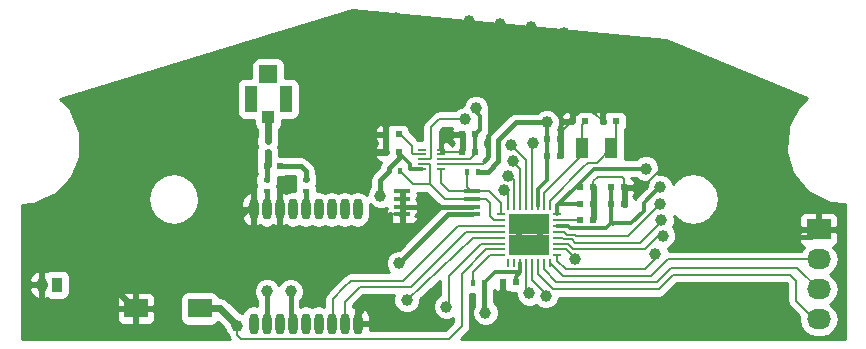
<source format=gbl>
G04 #@! TF.FileFunction,Copper,L2,Bot,Signal*
%FSLAX46Y46*%
G04 Gerber Fmt 4.6, Leading zero omitted, Abs format (unit mm)*
G04 Created by KiCad (PCBNEW 4.0.5+dfsg1-4) date Tue Oct  2 15:16:33 2018*
%MOMM*%
%LPD*%
G01*
G04 APERTURE LIST*
%ADD10C,0.100000*%
%ADD11C,1.000000*%
%ADD12R,1.100000X2.250000*%
%ADD13R,1.050000X1.100000*%
%ADD14R,1.524000X1.524000*%
%ADD15R,1.450000X0.450000*%
%ADD16O,0.800000X1.800000*%
%ADD17R,0.950000X1.250000*%
%ADD18O,0.950000X1.250000*%
%ADD19R,0.600000X0.500000*%
%ADD20R,0.400000X0.600000*%
%ADD21R,2.000000X1.600000*%
%ADD22R,0.250000X0.700000*%
%ADD23R,0.700000X0.250000*%
%ADD24R,1.725000X1.725000*%
%ADD25R,1.000000X1.800000*%
%ADD26R,2.032000X1.727200*%
%ADD27O,2.032000X1.727200*%
%ADD28R,0.600000X0.400000*%
%ADD29C,0.600000*%
%ADD30C,0.400000*%
%ADD31C,0.200000*%
%ADD32C,0.300000*%
%ADD33C,0.350000*%
%ADD34C,0.254000*%
G04 APERTURE END LIST*
D10*
D11*
X161550000Y-100700000D03*
X159000000Y-106350000D03*
X159000000Y-104350000D03*
X159000000Y-102350000D03*
X145350000Y-110900000D03*
X145350000Y-108900000D03*
X145350000Y-106900000D03*
X145350000Y-104900000D03*
X137800000Y-111400000D03*
X137800000Y-109400000D03*
X137800000Y-107400000D03*
X137800000Y-105400000D03*
D12*
X143375000Y-107000000D03*
X140425000Y-107000000D03*
D13*
X141900000Y-108550000D03*
D14*
X141900000Y-104900000D03*
D11*
X146220000Y-123340000D03*
X149710000Y-111090000D03*
X145350000Y-102900000D03*
X137010000Y-119500000D03*
X148100000Y-100500000D03*
X145950000Y-100900000D03*
X142250000Y-101950000D03*
X144200000Y-101400000D03*
X158900000Y-100450000D03*
X169600000Y-101900000D03*
X166950000Y-101400000D03*
X137410000Y-114800000D03*
X140050000Y-102650000D03*
X137800000Y-103400000D03*
X135950000Y-104050000D03*
X137750000Y-113250000D03*
X152700000Y-102200000D03*
X152700000Y-104100000D03*
X150390000Y-100240000D03*
X129600000Y-106250000D03*
X131826000Y-105410000D03*
X179100000Y-112600000D03*
X179200000Y-118900000D03*
X177500000Y-118900000D03*
X178000000Y-111400000D03*
X182100000Y-107000000D03*
X179600000Y-105200000D03*
X184300000Y-114700000D03*
X184300000Y-112700000D03*
X184300000Y-110700000D03*
X184300000Y-108700000D03*
X175100000Y-124600000D03*
X173000000Y-124600000D03*
X171000000Y-124600000D03*
X177000000Y-123200000D03*
X169000000Y-124600000D03*
X167200000Y-124600000D03*
X180310000Y-124920000D03*
X185450000Y-124960000D03*
X183910000Y-124980000D03*
X182060000Y-124980000D03*
X176920000Y-104020000D03*
X162750000Y-104350000D03*
X171050000Y-104300000D03*
X166850000Y-104300000D03*
X174600000Y-103200000D03*
X172150000Y-102450000D03*
X152750000Y-100150000D03*
X152700000Y-106000000D03*
X152720000Y-107820000D03*
X164200000Y-100950000D03*
X134000000Y-104650000D03*
X127370000Y-106840000D03*
X126470000Y-108450000D03*
X126520000Y-110320000D03*
X126520000Y-112420000D03*
X124920000Y-114720000D03*
X122520000Y-116420000D03*
D15*
X153250000Y-116775000D03*
X153250000Y-116125000D03*
X153250000Y-115475000D03*
X153250000Y-114825000D03*
X159150000Y-114825000D03*
X159150000Y-115475000D03*
X159150000Y-116125000D03*
X159150000Y-116775000D03*
D11*
X164900000Y-119300000D03*
X163200000Y-119300000D03*
X163200000Y-117600000D03*
X164900000Y-117600000D03*
D16*
X140680000Y-116350000D03*
X141780000Y-116350000D03*
X142880000Y-116350000D03*
X143980000Y-116350000D03*
X145080000Y-116350000D03*
X146180000Y-116350000D03*
X147280000Y-116350000D03*
X148380000Y-116350000D03*
X149480000Y-116350000D03*
X149480000Y-126050000D03*
X148380000Y-126050000D03*
X147280000Y-126050000D03*
X146180000Y-126050000D03*
X145080000Y-126050000D03*
X143980000Y-126050000D03*
X142880000Y-126050000D03*
X141780000Y-126050000D03*
X140680000Y-126050000D03*
D11*
X122600000Y-118300000D03*
X122600000Y-120100000D03*
D17*
X123990000Y-122730000D03*
D18*
X122740000Y-122730000D03*
D19*
X165550000Y-111800000D03*
X166650000Y-111800000D03*
X162850000Y-122500000D03*
X161750000Y-122500000D03*
X170950000Y-115900000D03*
X172050000Y-115900000D03*
X170950000Y-114500000D03*
X172050000Y-114500000D03*
X168350000Y-114500000D03*
X169450000Y-114500000D03*
X168350000Y-115900000D03*
X169450000Y-115900000D03*
X168750000Y-108900000D03*
X167650000Y-108900000D03*
X171350000Y-108900000D03*
X170250000Y-108900000D03*
X152950000Y-111500000D03*
X151850000Y-111500000D03*
X159450000Y-111500000D03*
X158350000Y-111500000D03*
X159450000Y-110000000D03*
X158350000Y-110000000D03*
X152950000Y-110000000D03*
X151850000Y-110000000D03*
D20*
X160150000Y-122600000D03*
X159250000Y-122600000D03*
X159650000Y-113200000D03*
X158750000Y-113200000D03*
X152150000Y-113100000D03*
X153050000Y-113100000D03*
D21*
X136100000Y-124750000D03*
X130700000Y-124750000D03*
D22*
X165750000Y-120900000D03*
X165250000Y-120900000D03*
X164750000Y-120900000D03*
X164250000Y-120900000D03*
X163750000Y-120900000D03*
X163250000Y-120900000D03*
X162750000Y-120900000D03*
X162250000Y-120900000D03*
D23*
X161600000Y-120250000D03*
X161600000Y-119750000D03*
X161600000Y-119250000D03*
X161600000Y-118750000D03*
X161600000Y-118250000D03*
X161600000Y-117750000D03*
X161600000Y-117250000D03*
X161600000Y-116750000D03*
D22*
X162250000Y-116100000D03*
X162750000Y-116100000D03*
X163250000Y-116100000D03*
X163750000Y-116100000D03*
X164250000Y-116100000D03*
X164750000Y-116100000D03*
X165250000Y-116100000D03*
X165750000Y-116100000D03*
D23*
X166400000Y-116750000D03*
X166400000Y-117250000D03*
X166400000Y-117750000D03*
X166400000Y-118250000D03*
X166400000Y-118750000D03*
X166400000Y-119250000D03*
X166400000Y-119750000D03*
X166400000Y-120250000D03*
D24*
X163137500Y-117637500D03*
X164862500Y-117637500D03*
X163137500Y-119362500D03*
X164862500Y-119362500D03*
D23*
X154900000Y-112900000D03*
X154900000Y-112500000D03*
X154900000Y-112100000D03*
X154900000Y-111700000D03*
X154900000Y-111300000D03*
X156500000Y-111300000D03*
X156500000Y-111700000D03*
X156500000Y-112100000D03*
X156500000Y-112500000D03*
X156500000Y-112900000D03*
D25*
X170950000Y-111200000D03*
X168450000Y-111200000D03*
D26*
X188520000Y-118040000D03*
D27*
X188520000Y-120580000D03*
X188520000Y-123120000D03*
X188520000Y-125660000D03*
D19*
X165550000Y-110400000D03*
X166650000Y-110400000D03*
X168350000Y-117300000D03*
X169450000Y-117300000D03*
X142890000Y-112700000D03*
X141790000Y-112700000D03*
D28*
X145100000Y-113900000D03*
X145100000Y-114800000D03*
X141780000Y-113890000D03*
X141780000Y-114790000D03*
X141850000Y-110600000D03*
X141850000Y-111500000D03*
D11*
X152200000Y-118200000D03*
X138700000Y-122800000D03*
X126400000Y-120600000D03*
X151290000Y-124620000D03*
X156840000Y-110060000D03*
X162000000Y-124200000D03*
X178500000Y-110100000D03*
X173700000Y-107800000D03*
X175100000Y-114500000D03*
X173900000Y-112900000D03*
X160300000Y-125100000D03*
X165500000Y-109000000D03*
X159500000Y-107800000D03*
X143800000Y-123300000D03*
X151400000Y-115200000D03*
X141800000Y-123300000D03*
X153650000Y-124030000D03*
X157000000Y-124600000D03*
X162200000Y-113500000D03*
X139300000Y-126200000D03*
X162600000Y-112300000D03*
X175200000Y-117300000D03*
X162500000Y-110900000D03*
X164300000Y-110700000D03*
X165400000Y-123700000D03*
X174700000Y-120100000D03*
X175300000Y-118600000D03*
X175100000Y-115900000D03*
X164010000Y-123480000D03*
X161900000Y-114700000D03*
X167890000Y-120560000D03*
X158600000Y-108700000D03*
X153000000Y-120900000D03*
D29*
X130700000Y-124750000D02*
X130550000Y-124750000D01*
X130550000Y-124750000D02*
X126400000Y-120600000D01*
X151850000Y-111500000D02*
X150120000Y-111500000D01*
X150120000Y-111500000D02*
X149710000Y-111090000D01*
D30*
X142430000Y-119500000D02*
X150900000Y-119500000D01*
X150900000Y-119500000D02*
X152200000Y-118200000D01*
X137010000Y-119500000D02*
X142430000Y-119500000D01*
X142430000Y-119500000D02*
X142500000Y-119500000D01*
X142880000Y-119120000D02*
X142880000Y-116350000D01*
X142500000Y-119500000D02*
X142880000Y-119120000D01*
X137010000Y-119500000D02*
X137010000Y-121110000D01*
X137010000Y-121110000D02*
X138700000Y-122800000D01*
X151290000Y-124620000D02*
X150040000Y-124620000D01*
X150040000Y-124620000D02*
X149480000Y-125180000D01*
X149480000Y-125180000D02*
X149480000Y-126050000D01*
X140800000Y-115890000D02*
X140620000Y-115890000D01*
X140620000Y-115890000D02*
X138690000Y-117820000D01*
X138690000Y-117820000D02*
X137010000Y-119500000D01*
X150040000Y-124620000D02*
X149570000Y-125090000D01*
X149860000Y-124800000D02*
X149570000Y-125090000D01*
X159150000Y-116125000D02*
X153250000Y-116125000D01*
X187860000Y-118700000D02*
X188520000Y-118040000D01*
D31*
X156500000Y-112500000D02*
X160100000Y-112500000D01*
X161300000Y-107800000D02*
X171000000Y-107800000D01*
X160700000Y-108400000D02*
X161300000Y-107800000D01*
X160700000Y-111900000D02*
X160700000Y-108400000D01*
X160100000Y-112500000D02*
X160700000Y-111900000D01*
X136500000Y-120600000D02*
X126400000Y-120600000D01*
X138700000Y-122800000D02*
X136500000Y-120600000D01*
X125900000Y-120100000D02*
X122600000Y-120100000D01*
X126400000Y-120600000D02*
X125900000Y-120100000D01*
X156900000Y-110000000D02*
X158350000Y-110000000D01*
X156840000Y-110060000D02*
X156900000Y-110000000D01*
X161750000Y-122500000D02*
X161750000Y-123950000D01*
X161750000Y-123950000D02*
X162000000Y-124200000D01*
X164862500Y-119362500D02*
X163137500Y-119362500D01*
X164862500Y-117637500D02*
X164862500Y-119362500D01*
X163137500Y-117637500D02*
X164862500Y-117637500D01*
X178500000Y-110100000D02*
X182100000Y-110100000D01*
X188520000Y-116520000D02*
X188520000Y-118040000D01*
X182100000Y-110100000D02*
X188520000Y-116520000D01*
X176200000Y-107800000D02*
X173700000Y-107800000D01*
X178500000Y-110100000D02*
X176200000Y-107800000D01*
X173700000Y-107800000D02*
X174200000Y-107800000D01*
X173600000Y-114500000D02*
X172050000Y-114500000D01*
X175700000Y-112400000D02*
X173600000Y-114500000D01*
X175700000Y-109300000D02*
X175700000Y-112400000D01*
X174200000Y-107800000D02*
X175700000Y-109300000D01*
X169450000Y-114500000D02*
X169450000Y-113950000D01*
X169450000Y-113950000D02*
X169800000Y-113600000D01*
X169800000Y-113600000D02*
X171900000Y-113600000D01*
X171900000Y-113600000D02*
X172050000Y-113750000D01*
X172050000Y-113750000D02*
X172050000Y-114500000D01*
X172050000Y-115900000D02*
X172050000Y-114500000D01*
X151850000Y-111500000D02*
X151800000Y-111500000D01*
X158350000Y-111500000D02*
X156700000Y-111500000D01*
X156700000Y-111500000D02*
X156500000Y-111300000D01*
X158350000Y-110000000D02*
X158350000Y-111500000D01*
X170800000Y-107800000D02*
X170700000Y-107800000D01*
X170700000Y-107800000D02*
X170250000Y-108250000D01*
X170250000Y-108900000D02*
X170250000Y-108250000D01*
X170800000Y-107800000D02*
X171000000Y-107800000D01*
X171000000Y-107800000D02*
X173700000Y-107800000D01*
X167650000Y-108900000D02*
X167650000Y-108750000D01*
X167650000Y-108750000D02*
X168300000Y-108100000D01*
X169450000Y-108100000D02*
X170250000Y-108900000D01*
X168300000Y-108100000D02*
X169450000Y-108100000D01*
X166650000Y-111800000D02*
X166650000Y-110400000D01*
X166650000Y-110400000D02*
X166650000Y-109900000D01*
X166650000Y-109900000D02*
X167650000Y-108900000D01*
X153250000Y-116775000D02*
X152200000Y-116775000D01*
X142975000Y-116775000D02*
X142970000Y-116770000D01*
X153250000Y-116125000D02*
X153250000Y-116775000D01*
X153250000Y-115475000D02*
X153250000Y-116125000D01*
X153250000Y-114825000D02*
X153250000Y-115475000D01*
X156500000Y-111300000D02*
X156500000Y-111700000D01*
X151850000Y-110000000D02*
X151850000Y-111500000D01*
X169450000Y-115900000D02*
X169450000Y-117400000D01*
X169450000Y-115900000D02*
X169450000Y-114500000D01*
D30*
X152200000Y-118200000D02*
X152200000Y-116775000D01*
X184100000Y-118700000D02*
X187860000Y-118700000D01*
X143800000Y-123300000D02*
X143800000Y-125870000D01*
X143800000Y-125870000D02*
X143980000Y-126050000D01*
D32*
X153050000Y-111600000D02*
X152950000Y-111500000D01*
X152950000Y-111500000D02*
X152950000Y-111550000D01*
X152950000Y-111550000D02*
X153900000Y-112500000D01*
X153900000Y-112500000D02*
X153900000Y-112900000D01*
X154900000Y-112900000D02*
X153900000Y-112900000D01*
X167450000Y-117950000D02*
X170550000Y-117950000D01*
X170550000Y-117950000D02*
X170950000Y-117550000D01*
X170950000Y-117550000D02*
X171050000Y-117550000D01*
X171100000Y-117600000D02*
X171100000Y-117550000D01*
X171050000Y-117550000D02*
X171100000Y-117600000D01*
X159450000Y-110000000D02*
X159450000Y-111500000D01*
X159500000Y-107800000D02*
X159500000Y-108080000D01*
X159850000Y-109600000D02*
X159450000Y-110000000D01*
X159850000Y-108430000D02*
X159850000Y-109600000D01*
X159500000Y-108080000D02*
X159850000Y-108430000D01*
D30*
X165500000Y-109000000D02*
X162900000Y-109000000D01*
X160500000Y-113200000D02*
X159650000Y-113200000D01*
X161400000Y-112300000D02*
X160500000Y-113200000D01*
X161400000Y-110500000D02*
X161400000Y-112300000D01*
X162900000Y-109000000D02*
X161400000Y-110500000D01*
D32*
X170950000Y-117550000D02*
X171100000Y-117550000D01*
X171100000Y-117550000D02*
X172650000Y-117550000D01*
D31*
X175000000Y-114500000D02*
X175100000Y-114500000D01*
D32*
X173700000Y-115800000D02*
X175000000Y-114500000D01*
X173700000Y-116500000D02*
X173700000Y-115800000D01*
X172650000Y-117550000D02*
X173700000Y-116500000D01*
X173900000Y-112900000D02*
X169500000Y-112900000D01*
X169500000Y-112900000D02*
X167800000Y-114600000D01*
D31*
X162850000Y-122500000D02*
X162850000Y-122650000D01*
D30*
X160150000Y-124950000D02*
X160150000Y-122600000D01*
D31*
X160300000Y-125100000D02*
X160150000Y-124950000D01*
D32*
X165550000Y-111800000D02*
X165550000Y-113850000D01*
X164750000Y-114650000D02*
X164750000Y-116100000D01*
X165550000Y-113850000D02*
X164750000Y-114650000D01*
X165550000Y-110400000D02*
X165550000Y-111800000D01*
X165550000Y-109050000D02*
X165550000Y-110400000D01*
D31*
X165500000Y-109000000D02*
X165550000Y-109050000D01*
D32*
X162850000Y-122500000D02*
X162850000Y-122050000D01*
X162850000Y-122050000D02*
X163250000Y-121650000D01*
X160150000Y-122600000D02*
X160200000Y-122600000D01*
X160200000Y-122600000D02*
X161100000Y-121700000D01*
X161100000Y-121700000D02*
X163200000Y-121700000D01*
D31*
X163200000Y-121700000D02*
X163250000Y-121650000D01*
D32*
X163250000Y-121650000D02*
X163250000Y-120900000D01*
D31*
X153050000Y-111600000D02*
X152950000Y-111500000D01*
D30*
X152950000Y-111500000D02*
X152950000Y-111750000D01*
D31*
X154100000Y-112900000D02*
X154900000Y-112900000D01*
D30*
X151400000Y-113900000D02*
X152150000Y-113150000D01*
X151400000Y-115200000D02*
X151400000Y-113900000D01*
D31*
X152150000Y-113150000D02*
X152150000Y-113100000D01*
X156500000Y-112100000D02*
X159000000Y-112100000D01*
X159000000Y-112100000D02*
X159450000Y-111650000D01*
X159450000Y-111650000D02*
X159450000Y-111500000D01*
X154900000Y-112900000D02*
X154100000Y-112900000D01*
X152150000Y-113100000D02*
X152150000Y-112850000D01*
D30*
X152150000Y-112850000D02*
X152950000Y-112050000D01*
X152950000Y-112050000D02*
X152950000Y-111500000D01*
D32*
X166400000Y-117750000D02*
X167250000Y-117750000D01*
X170950000Y-117550000D02*
X170950000Y-115900000D01*
X167250000Y-117750000D02*
X167450000Y-117950000D01*
X170950000Y-115900000D02*
X170950000Y-114500000D01*
X168350000Y-115900000D02*
X166500000Y-115900000D01*
D31*
X166500000Y-115900000D02*
X166400000Y-116000000D01*
D32*
X166400000Y-116750000D02*
X166400000Y-116000000D01*
D31*
X167900000Y-114500000D02*
X168350000Y-114500000D01*
D32*
X166400000Y-116000000D02*
X167800000Y-114600000D01*
D31*
X167800000Y-114600000D02*
X167900000Y-114500000D01*
X168450000Y-111200000D02*
X168450000Y-111750000D01*
X168450000Y-111750000D02*
X165250000Y-114950000D01*
X165250000Y-114950000D02*
X165250000Y-116100000D01*
X168450000Y-111200000D02*
X168450000Y-109200000D01*
X168450000Y-109200000D02*
X168750000Y-108900000D01*
X168450000Y-111200000D02*
X168450000Y-111650000D01*
X169000000Y-112400000D02*
X169750000Y-112400000D01*
X169750000Y-112400000D02*
X170950000Y-111200000D01*
X170950000Y-111200000D02*
X170900000Y-111200000D01*
X168600000Y-112800000D02*
X169000000Y-112400000D01*
X165750000Y-116100000D02*
X165750000Y-115650000D01*
X165750000Y-115650000D02*
X168600000Y-112800000D01*
X171350000Y-108900000D02*
X171350000Y-110800000D01*
X171350000Y-110800000D02*
X170950000Y-111200000D01*
D30*
X141800000Y-123300000D02*
X141800000Y-126030000D01*
X141800000Y-126030000D02*
X141780000Y-126050000D01*
D31*
X161600000Y-120250000D02*
X160650000Y-120250000D01*
X159250000Y-121650000D02*
X159250000Y-122600000D01*
X160650000Y-120250000D02*
X159250000Y-121650000D01*
X188520000Y-120580000D02*
X175720000Y-120580000D01*
X166850000Y-122000000D02*
X165750000Y-120900000D01*
X174300000Y-122000000D02*
X166850000Y-122000000D01*
X175720000Y-120580000D02*
X174300000Y-122000000D01*
X165250000Y-120900000D02*
X165250000Y-121450000D01*
X186700000Y-121300000D02*
X188520000Y-123120000D01*
X176000000Y-121300000D02*
X186700000Y-121300000D01*
X174800000Y-122500000D02*
X176000000Y-121300000D01*
X166300000Y-122500000D02*
X174800000Y-122500000D01*
X165250000Y-121450000D02*
X166300000Y-122500000D01*
X188520000Y-125660000D02*
X188160000Y-125660000D01*
X188160000Y-125660000D02*
X186600000Y-124100000D01*
X186600000Y-124100000D02*
X186600000Y-122400000D01*
X186600000Y-122400000D02*
X186100000Y-121900000D01*
X186100000Y-121900000D02*
X176200000Y-121900000D01*
X176200000Y-121900000D02*
X175000000Y-123100000D01*
X175000000Y-123100000D02*
X166000000Y-123100000D01*
X166000000Y-123100000D02*
X164750000Y-121850000D01*
X164750000Y-121850000D02*
X164750000Y-120900000D01*
X161600000Y-118750000D02*
X159290000Y-118750000D01*
X159290000Y-118750000D02*
X153650000Y-124030000D01*
X157200000Y-122000000D02*
X157200000Y-124400000D01*
X157200000Y-124400000D02*
X157000000Y-124600000D01*
X161600000Y-119250000D02*
X159950000Y-119250000D01*
X159950000Y-119250000D02*
X157200000Y-122000000D01*
X162400000Y-113500000D02*
X162750000Y-113850000D01*
X162750000Y-113850000D02*
X162750000Y-116100000D01*
X162200000Y-113500000D02*
X162400000Y-113500000D01*
D29*
X136100000Y-124750000D02*
X137850000Y-124750000D01*
X137850000Y-124750000D02*
X139300000Y-126200000D01*
D31*
X139300000Y-126200000D02*
X139300000Y-127010000D01*
X158300000Y-126220000D02*
X158300000Y-125110000D01*
X157190000Y-127330000D02*
X158300000Y-126220000D01*
X139620000Y-127330000D02*
X157190000Y-127330000D01*
X139300000Y-127010000D02*
X139620000Y-127330000D01*
X158300000Y-124400000D02*
X158300000Y-125110000D01*
X161600000Y-119750000D02*
X160350000Y-119750000D01*
X158300000Y-121800000D02*
X158300000Y-124400000D01*
X160350000Y-119750000D02*
X158300000Y-121800000D01*
X163250000Y-116100000D02*
X163250000Y-112950000D01*
X163250000Y-112950000D02*
X162600000Y-112300000D01*
X167600000Y-118900000D02*
X167900000Y-119200000D01*
X175200000Y-117400000D02*
X175200000Y-117300000D01*
X173400000Y-119200000D02*
X175200000Y-117400000D01*
X167900000Y-119200000D02*
X173400000Y-119200000D01*
X166400000Y-118750000D02*
X166800002Y-118750000D01*
X166950002Y-118900000D02*
X167600000Y-118900000D01*
X166800002Y-118750000D02*
X166950002Y-118900000D01*
X163750000Y-116100000D02*
X163750000Y-112150000D01*
X163750000Y-112150000D02*
X162500000Y-110900000D01*
X164250000Y-116100000D02*
X164250000Y-110750000D01*
X164250000Y-110750000D02*
X164300000Y-110700000D01*
X164250000Y-120900000D02*
X164250000Y-122350000D01*
X165400000Y-123500000D02*
X165400000Y-123700000D01*
X164250000Y-122350000D02*
X165400000Y-123500000D01*
X148365000Y-122935000D02*
X147370000Y-123930000D01*
X147370000Y-123930000D02*
X147370000Y-125960000D01*
X147370000Y-125960000D02*
X147280000Y-126050000D01*
X147370000Y-124290000D02*
X147370000Y-125560000D01*
X147370000Y-125560000D02*
X147400000Y-125590000D01*
X158200000Y-117750000D02*
X157950000Y-117750000D01*
X147370000Y-123930000D02*
X147370000Y-124290000D01*
X147370000Y-124290000D02*
X147370000Y-125090000D01*
X148900000Y-122400000D02*
X148365000Y-122935000D01*
X153300000Y-122400000D02*
X148900000Y-122400000D01*
X157950000Y-117750000D02*
X153300000Y-122400000D01*
X161600000Y-117750000D02*
X158200000Y-117750000D01*
X154430000Y-122470000D02*
X154000000Y-122900000D01*
X154000000Y-122900000D02*
X149640000Y-122900000D01*
X149640000Y-122900000D02*
X148380000Y-124160000D01*
X148380000Y-126050000D02*
X148380000Y-124160000D01*
X148380000Y-124160000D02*
X149640000Y-122900000D01*
X158650000Y-118250000D02*
X154430000Y-122470000D01*
X161600000Y-118250000D02*
X158650000Y-118250000D01*
X166400000Y-120250000D02*
X166400000Y-120690000D01*
X174700000Y-120520000D02*
X174700000Y-120100000D01*
X173840000Y-121380000D02*
X174700000Y-120520000D01*
X167090000Y-121380000D02*
X173840000Y-121380000D01*
X166400000Y-120690000D02*
X167090000Y-121380000D01*
X166400000Y-120250000D02*
X166650000Y-120250000D01*
X166400000Y-119250000D02*
X167250000Y-119250000D01*
X174900000Y-118600000D02*
X175300000Y-118600000D01*
X173800000Y-119700000D02*
X174900000Y-118600000D01*
X167700000Y-119700000D02*
X173800000Y-119700000D01*
X167250000Y-119250000D02*
X167700000Y-119700000D01*
X166400000Y-118250000D02*
X166950000Y-118250000D01*
X172400000Y-118600000D02*
X175100000Y-115900000D01*
X168000000Y-118600000D02*
X172400000Y-118600000D01*
X167900000Y-118500000D02*
X168000000Y-118600000D01*
X167200000Y-118500000D02*
X167900000Y-118500000D01*
X166950000Y-118250000D02*
X167200000Y-118500000D01*
X163750000Y-120900000D02*
X163750000Y-123220000D01*
X163750000Y-123220000D02*
X164010000Y-123480000D01*
X162250000Y-116100000D02*
X162250000Y-115050000D01*
X162250000Y-115050000D02*
X161900000Y-114700000D01*
X152950000Y-110000000D02*
X153100000Y-110000000D01*
X153100000Y-110000000D02*
X154100000Y-111000000D01*
X154100000Y-111000000D02*
X154100000Y-111600000D01*
X154100000Y-111600000D02*
X154200000Y-111700000D01*
X154200000Y-111700000D02*
X154900000Y-111700000D01*
X158750000Y-113200000D02*
X158750000Y-114425000D01*
X158750000Y-114425000D02*
X159150000Y-114825000D01*
X159150000Y-114825000D02*
X160625000Y-114825000D01*
X161600000Y-115800000D02*
X161600000Y-116750000D01*
X160625000Y-114825000D02*
X161600000Y-115800000D01*
X159150000Y-114825000D02*
X157225000Y-114825000D01*
X156500000Y-114100000D02*
X156500000Y-112900000D01*
X157225000Y-114825000D02*
X156500000Y-114100000D01*
X161600000Y-117250000D02*
X161050000Y-117250000D01*
X160375000Y-115475000D02*
X159150000Y-115475000D01*
X160700000Y-115800000D02*
X160375000Y-115475000D01*
X160700000Y-116900000D02*
X160700000Y-115800000D01*
X161050000Y-117250000D02*
X160700000Y-116900000D01*
X153050000Y-113100000D02*
X153100000Y-113100000D01*
X153100000Y-113100000D02*
X154200000Y-114200000D01*
X154200000Y-114200000D02*
X155600000Y-114200000D01*
X154900000Y-112500000D02*
X155500000Y-112500000D01*
X156875000Y-115475000D02*
X159150000Y-115475000D01*
X155600000Y-114200000D02*
X156875000Y-115475000D01*
X155600000Y-112600000D02*
X155600000Y-114200000D01*
X155500000Y-112500000D02*
X155600000Y-112600000D01*
X166400000Y-119750000D02*
X167150000Y-119750000D01*
X167890000Y-120490000D02*
X167890000Y-120560000D01*
X167150000Y-119750000D02*
X167890000Y-120490000D01*
X158600000Y-108700000D02*
X156400000Y-108700000D01*
X155700000Y-109400000D02*
X155700000Y-111600000D01*
X156400000Y-108700000D02*
X155700000Y-109400000D01*
X154900000Y-112100000D02*
X155600000Y-112100000D01*
X155700000Y-112000000D02*
X155700000Y-111600000D01*
X155600000Y-112100000D02*
X155700000Y-112000000D01*
X166400000Y-117250000D02*
X168300000Y-117250000D01*
X168300000Y-117250000D02*
X168350000Y-117300000D01*
D30*
X157125000Y-116775000D02*
X159150000Y-116775000D01*
X153000000Y-120900000D02*
X157125000Y-116775000D01*
D29*
X141850000Y-111500000D02*
X141850000Y-112640000D01*
X141850000Y-112640000D02*
X141790000Y-112700000D01*
D33*
X141790000Y-112700000D02*
X141790000Y-111560000D01*
X141790000Y-111560000D02*
X141850000Y-111500000D01*
D30*
X141780000Y-113890000D02*
X141780000Y-112710000D01*
X141780000Y-112710000D02*
X141790000Y-112700000D01*
X141780000Y-112770000D02*
X141720000Y-112710000D01*
X145100000Y-114800000D02*
X145100000Y-116330000D01*
X145100000Y-116330000D02*
X145080000Y-116350000D01*
X141780000Y-116350000D02*
X141780000Y-114790000D01*
X141860000Y-115850000D02*
X141900000Y-115890000D01*
D29*
X141900000Y-108550000D02*
X141900000Y-110550000D01*
X141900000Y-110550000D02*
X141850000Y-110600000D01*
D30*
X142890000Y-112700000D02*
X144680000Y-112700000D01*
X145100000Y-113120000D02*
X145100000Y-113900000D01*
X144680000Y-112700000D02*
X145100000Y-113120000D01*
X145200000Y-113800000D02*
X145180000Y-113780000D01*
X145170000Y-113790000D02*
X145180000Y-113780000D01*
D34*
G36*
X175583727Y-101979897D02*
X187550529Y-106936709D01*
X186914126Y-107515412D01*
X186842190Y-107612739D01*
X186766659Y-107707285D01*
X185959433Y-109266537D01*
X185887713Y-109514683D01*
X185885222Y-109523302D01*
X185736143Y-111272773D01*
X185765840Y-111538392D01*
X186297603Y-113211744D01*
X186426687Y-113445779D01*
X187558335Y-114788258D01*
X187742020Y-114934999D01*
X187767155Y-114955079D01*
X189326407Y-115762305D01*
X189583171Y-115836516D01*
X190705804Y-115932180D01*
X190705804Y-127349399D01*
X158210047Y-127349399D01*
X158819723Y-126739724D01*
X158979051Y-126501272D01*
X159009232Y-126349541D01*
X159035000Y-126220000D01*
X159035000Y-123544402D01*
X159050000Y-123547440D01*
X159315000Y-123547440D01*
X159315000Y-124512480D01*
X159165197Y-124873244D01*
X159164803Y-125324775D01*
X159337233Y-125742086D01*
X159656235Y-126061645D01*
X160073244Y-126234803D01*
X160524775Y-126235197D01*
X160942086Y-126062767D01*
X161261645Y-125743765D01*
X161434803Y-125326756D01*
X161435197Y-124875225D01*
X161262767Y-124457914D01*
X160985000Y-124179662D01*
X160985000Y-123183026D01*
X161090302Y-123288327D01*
X161323691Y-123385000D01*
X161464250Y-123385000D01*
X161623000Y-123226250D01*
X161623000Y-122625000D01*
X161603000Y-122625000D01*
X161603000Y-122485000D01*
X161897000Y-122485000D01*
X161897000Y-122625000D01*
X161877000Y-122625000D01*
X161877000Y-123226250D01*
X162035750Y-123385000D01*
X162176309Y-123385000D01*
X162287283Y-123339033D01*
X162298110Y-123346431D01*
X162550000Y-123397440D01*
X162875071Y-123397440D01*
X162874803Y-123704775D01*
X163047233Y-124122086D01*
X163366235Y-124441645D01*
X163783244Y-124614803D01*
X164234775Y-124615197D01*
X164571130Y-124476217D01*
X164756235Y-124661645D01*
X165173244Y-124834803D01*
X165624775Y-124835197D01*
X166042086Y-124662767D01*
X166361645Y-124343765D01*
X166534803Y-123926756D01*
X166534883Y-123835000D01*
X175000000Y-123835000D01*
X175281272Y-123779051D01*
X175519723Y-123619723D01*
X176504447Y-122635000D01*
X185795554Y-122635000D01*
X185865000Y-122704447D01*
X185865000Y-124100000D01*
X185902544Y-124288745D01*
X185920949Y-124381272D01*
X186080277Y-124619723D01*
X186883757Y-125423203D01*
X186836655Y-125660000D01*
X186950729Y-126233489D01*
X187275585Y-126719670D01*
X187761766Y-127044526D01*
X188335255Y-127158600D01*
X188704745Y-127158600D01*
X189278234Y-127044526D01*
X189764415Y-126719670D01*
X190089271Y-126233489D01*
X190203345Y-125660000D01*
X190089271Y-125086511D01*
X189764415Y-124600330D01*
X189449634Y-124390000D01*
X189764415Y-124179670D01*
X190089271Y-123693489D01*
X190203345Y-123120000D01*
X190089271Y-122546511D01*
X189764415Y-122060330D01*
X189449634Y-121850000D01*
X189764415Y-121639670D01*
X190089271Y-121153489D01*
X190203345Y-120580000D01*
X190089271Y-120006511D01*
X189764415Y-119520330D01*
X189742220Y-119505500D01*
X189895698Y-119441927D01*
X190074327Y-119263299D01*
X190171000Y-119029910D01*
X190171000Y-118325750D01*
X190012250Y-118167000D01*
X188647000Y-118167000D01*
X188647000Y-118187000D01*
X188393000Y-118187000D01*
X188393000Y-118167000D01*
X187027750Y-118167000D01*
X186869000Y-118325750D01*
X186869000Y-119029910D01*
X186965673Y-119263299D01*
X187144302Y-119441927D01*
X187297780Y-119505500D01*
X187275585Y-119520330D01*
X187058647Y-119845000D01*
X175822708Y-119845000D01*
X175740507Y-119646058D01*
X175942086Y-119562767D01*
X176261645Y-119243765D01*
X176434803Y-118826756D01*
X176435197Y-118375225D01*
X176262767Y-117957914D01*
X176187202Y-117882217D01*
X176334803Y-117526756D01*
X176335197Y-117075225D01*
X176276434Y-116933009D01*
X176345776Y-117036786D01*
X177054641Y-117510435D01*
X177890804Y-117676758D01*
X178726967Y-117510435D01*
X179415921Y-117050090D01*
X186869000Y-117050090D01*
X186869000Y-117754250D01*
X187027750Y-117913000D01*
X188393000Y-117913000D01*
X188393000Y-116700150D01*
X188647000Y-116700150D01*
X188647000Y-117913000D01*
X190012250Y-117913000D01*
X190171000Y-117754250D01*
X190171000Y-117050090D01*
X190074327Y-116816701D01*
X189895698Y-116638073D01*
X189662309Y-116541400D01*
X188805750Y-116541400D01*
X188647000Y-116700150D01*
X188393000Y-116700150D01*
X188234250Y-116541400D01*
X187377691Y-116541400D01*
X187144302Y-116638073D01*
X186965673Y-116816701D01*
X186869000Y-117050090D01*
X179415921Y-117050090D01*
X179435832Y-117036786D01*
X179909481Y-116327921D01*
X180075804Y-115491758D01*
X179909481Y-114655595D01*
X179435832Y-113946730D01*
X178726967Y-113473081D01*
X177890804Y-113306758D01*
X177054641Y-113473081D01*
X176345776Y-113946730D01*
X176193581Y-114174506D01*
X176062767Y-113857914D01*
X175743765Y-113538355D01*
X175326756Y-113365197D01*
X174935935Y-113364856D01*
X175034803Y-113126756D01*
X175035197Y-112675225D01*
X174862767Y-112257914D01*
X174543765Y-111938355D01*
X174126756Y-111765197D01*
X173675225Y-111764803D01*
X173257914Y-111937233D01*
X173079837Y-112115000D01*
X172094402Y-112115000D01*
X172097440Y-112100000D01*
X172097440Y-110300000D01*
X172085000Y-110233887D01*
X172085000Y-109624669D01*
X172101441Y-109614090D01*
X172246431Y-109401890D01*
X172297440Y-109150000D01*
X172297440Y-108650000D01*
X172253162Y-108414683D01*
X172114090Y-108198559D01*
X171901890Y-108053569D01*
X171650000Y-108002560D01*
X171050000Y-108002560D01*
X170814683Y-108046838D01*
X170790594Y-108062339D01*
X170676309Y-108015000D01*
X170535750Y-108015000D01*
X170377000Y-108173750D01*
X170377000Y-108775000D01*
X170397000Y-108775000D01*
X170397000Y-109025000D01*
X170377000Y-109025000D01*
X170377000Y-109047000D01*
X170123000Y-109047000D01*
X170123000Y-109025000D01*
X170103000Y-109025000D01*
X170103000Y-108775000D01*
X170123000Y-108775000D01*
X170123000Y-108173750D01*
X169964250Y-108015000D01*
X169823691Y-108015000D01*
X169590302Y-108111673D01*
X169507748Y-108194226D01*
X169301890Y-108053569D01*
X169050000Y-108002560D01*
X168450000Y-108002560D01*
X168214683Y-108046838D01*
X168190594Y-108062339D01*
X168076309Y-108015000D01*
X167935750Y-108015000D01*
X167777000Y-108173750D01*
X167777000Y-108775000D01*
X167797000Y-108775000D01*
X167797000Y-108879740D01*
X167770949Y-108918728D01*
X167745434Y-109047000D01*
X167523000Y-109047000D01*
X167523000Y-109025000D01*
X166873750Y-109025000D01*
X166715000Y-109183750D01*
X166715000Y-109276310D01*
X166811673Y-109509699D01*
X166876362Y-109574388D01*
X166777000Y-109673750D01*
X166777000Y-110275000D01*
X166797000Y-110275000D01*
X166797000Y-110525000D01*
X166777000Y-110525000D01*
X166777000Y-111675000D01*
X166797000Y-111675000D01*
X166797000Y-111925000D01*
X166777000Y-111925000D01*
X166777000Y-111947000D01*
X166523000Y-111947000D01*
X166523000Y-111925000D01*
X166503000Y-111925000D01*
X166503000Y-111675000D01*
X166523000Y-111675000D01*
X166523000Y-110525000D01*
X166503000Y-110525000D01*
X166503000Y-110275000D01*
X166523000Y-110275000D01*
X166523000Y-109673750D01*
X166470849Y-109621599D01*
X166634803Y-109226756D01*
X166635197Y-108775225D01*
X166531265Y-108523690D01*
X166715000Y-108523690D01*
X166715000Y-108616250D01*
X166873750Y-108775000D01*
X167523000Y-108775000D01*
X167523000Y-108173750D01*
X167364250Y-108015000D01*
X167223691Y-108015000D01*
X166990302Y-108111673D01*
X166811673Y-108290301D01*
X166715000Y-108523690D01*
X166531265Y-108523690D01*
X166462767Y-108357914D01*
X166143765Y-108038355D01*
X165726756Y-107865197D01*
X165275225Y-107864803D01*
X164857914Y-108037233D01*
X164729924Y-108165000D01*
X162900000Y-108165000D01*
X162580459Y-108228561D01*
X162358469Y-108376890D01*
X162309566Y-108409566D01*
X160809566Y-109909566D01*
X160628561Y-110180459D01*
X160565000Y-110500000D01*
X160565000Y-111954132D01*
X160169421Y-112349711D01*
X160101890Y-112303569D01*
X160071843Y-112297484D01*
X160201441Y-112214090D01*
X160346431Y-112001890D01*
X160397440Y-111750000D01*
X160397440Y-111250000D01*
X160353162Y-111014683D01*
X160235000Y-110831054D01*
X160235000Y-110664975D01*
X160346431Y-110501890D01*
X160397440Y-110250000D01*
X160397440Y-110162718D01*
X160405079Y-110155079D01*
X160408473Y-110150000D01*
X160575245Y-109900406D01*
X160635000Y-109600000D01*
X160635000Y-108430000D01*
X160580704Y-108157040D01*
X160634803Y-108026756D01*
X160635197Y-107575225D01*
X160462767Y-107157914D01*
X160143765Y-106838355D01*
X159726756Y-106665197D01*
X159275225Y-106664803D01*
X158857914Y-106837233D01*
X158538355Y-107156235D01*
X158367351Y-107568056D01*
X157957914Y-107737233D01*
X157729749Y-107965000D01*
X156400000Y-107965000D01*
X156165394Y-108011667D01*
X156118727Y-108020949D01*
X155880276Y-108180277D01*
X155180277Y-108880277D01*
X155020949Y-109118728D01*
X154965000Y-109400000D01*
X154965000Y-110527560D01*
X154651317Y-110527560D01*
X154619724Y-110480277D01*
X153897440Y-109757994D01*
X153897440Y-109750000D01*
X153853162Y-109514683D01*
X153714090Y-109298559D01*
X153501890Y-109153569D01*
X153250000Y-109102560D01*
X152650000Y-109102560D01*
X152414683Y-109146838D01*
X152390594Y-109162339D01*
X152276309Y-109115000D01*
X152135750Y-109115000D01*
X151977000Y-109273750D01*
X151977000Y-109875000D01*
X151997000Y-109875000D01*
X151997000Y-110125000D01*
X151977000Y-110125000D01*
X151977000Y-110726250D01*
X152000750Y-110750000D01*
X151977000Y-110773750D01*
X151977000Y-111375000D01*
X151997000Y-111375000D01*
X151997000Y-111625000D01*
X151977000Y-111625000D01*
X151977000Y-111647000D01*
X151723000Y-111647000D01*
X151723000Y-111625000D01*
X151073750Y-111625000D01*
X150915000Y-111783750D01*
X150915000Y-111876310D01*
X151011673Y-112109699D01*
X151190302Y-112288327D01*
X151423691Y-112385000D01*
X151465017Y-112385000D01*
X151353569Y-112548110D01*
X151302560Y-112800000D01*
X151302560Y-112816572D01*
X150809566Y-113309566D01*
X150628561Y-113580459D01*
X150565000Y-113900000D01*
X150565000Y-114429811D01*
X150438355Y-114556235D01*
X150265197Y-114973244D01*
X150265027Y-115167649D01*
X150211856Y-115088072D01*
X149876077Y-114863713D01*
X149480000Y-114784928D01*
X149083923Y-114863713D01*
X148930000Y-114966560D01*
X148776077Y-114863713D01*
X148380000Y-114784928D01*
X147983923Y-114863713D01*
X147830000Y-114966560D01*
X147676077Y-114863713D01*
X147280000Y-114784928D01*
X146883923Y-114863713D01*
X146730000Y-114966560D01*
X146576077Y-114863713D01*
X146180000Y-114784928D01*
X146047440Y-114811296D01*
X146047440Y-114600000D01*
X146003162Y-114364683D01*
X145995658Y-114353021D01*
X145996431Y-114351890D01*
X146047440Y-114100000D01*
X146047440Y-113700000D01*
X146003162Y-113464683D01*
X145935000Y-113358756D01*
X145935000Y-113120000D01*
X145928404Y-113086838D01*
X145871440Y-112800460D01*
X145690434Y-112529566D01*
X145270434Y-112109566D01*
X145203736Y-112065000D01*
X144999541Y-111928561D01*
X144680000Y-111865000D01*
X143458620Y-111865000D01*
X143441890Y-111853569D01*
X143190000Y-111802560D01*
X142785000Y-111802560D01*
X142785000Y-111761431D01*
X142797440Y-111700000D01*
X142797440Y-111300000D01*
X142753162Y-111064683D01*
X142745658Y-111053021D01*
X142746431Y-111051890D01*
X142797440Y-110800000D01*
X142797440Y-110738826D01*
X142835000Y-110550000D01*
X142835000Y-110283750D01*
X150915000Y-110283750D01*
X150915000Y-110376310D01*
X151011673Y-110609699D01*
X151151975Y-110750000D01*
X151011673Y-110890301D01*
X150915000Y-111123690D01*
X150915000Y-111216250D01*
X151073750Y-111375000D01*
X151723000Y-111375000D01*
X151723000Y-110773750D01*
X151699250Y-110750000D01*
X151723000Y-110726250D01*
X151723000Y-110125000D01*
X151073750Y-110125000D01*
X150915000Y-110283750D01*
X142835000Y-110283750D01*
X142835000Y-109623690D01*
X150915000Y-109623690D01*
X150915000Y-109716250D01*
X151073750Y-109875000D01*
X151723000Y-109875000D01*
X151723000Y-109273750D01*
X151564250Y-109115000D01*
X151423691Y-109115000D01*
X151190302Y-109211673D01*
X151011673Y-109390301D01*
X150915000Y-109623690D01*
X142835000Y-109623690D01*
X142835000Y-109590757D01*
X142876441Y-109564090D01*
X143021431Y-109351890D01*
X143072440Y-109100000D01*
X143072440Y-108772440D01*
X143925000Y-108772440D01*
X144160317Y-108728162D01*
X144376441Y-108589090D01*
X144521431Y-108376890D01*
X144572440Y-108125000D01*
X144572440Y-105875000D01*
X144528162Y-105639683D01*
X144389090Y-105423559D01*
X144176890Y-105278569D01*
X143925000Y-105227560D01*
X143309440Y-105227560D01*
X143309440Y-104138000D01*
X143265162Y-103902683D01*
X143126090Y-103686559D01*
X142913890Y-103541569D01*
X142662000Y-103490560D01*
X141138000Y-103490560D01*
X140902683Y-103534838D01*
X140686559Y-103673910D01*
X140541569Y-103886110D01*
X140490560Y-104138000D01*
X140490560Y-105227560D01*
X139875000Y-105227560D01*
X139639683Y-105271838D01*
X139423559Y-105410910D01*
X139278569Y-105623110D01*
X139227560Y-105875000D01*
X139227560Y-108125000D01*
X139271838Y-108360317D01*
X139410910Y-108576441D01*
X139623110Y-108721431D01*
X139875000Y-108772440D01*
X140727560Y-108772440D01*
X140727560Y-109100000D01*
X140771838Y-109335317D01*
X140910910Y-109551441D01*
X140965000Y-109588399D01*
X140965000Y-110131380D01*
X140953569Y-110148110D01*
X140902560Y-110400000D01*
X140902560Y-110800000D01*
X140946838Y-111035317D01*
X140954342Y-111046979D01*
X140953569Y-111048110D01*
X140902560Y-111300000D01*
X140902560Y-111700000D01*
X140915000Y-111766113D01*
X140915000Y-112166745D01*
X140893569Y-112198110D01*
X140842560Y-112450000D01*
X140842560Y-112950000D01*
X140886838Y-113185317D01*
X140945000Y-113275703D01*
X140945000Y-113348203D01*
X140883569Y-113438110D01*
X140832560Y-113690000D01*
X140832560Y-114090000D01*
X140876838Y-114325317D01*
X140884342Y-114336979D01*
X140883569Y-114338110D01*
X140832560Y-114590000D01*
X140832560Y-114962495D01*
X140807000Y-114983002D01*
X140807000Y-115508234D01*
X140745000Y-115819928D01*
X140745000Y-116880072D01*
X140807000Y-117191766D01*
X140807000Y-117716998D01*
X140966123Y-117844666D01*
X141215240Y-117723577D01*
X141383923Y-117836287D01*
X141780000Y-117915072D01*
X142176077Y-117836287D01*
X142344760Y-117723577D01*
X142593877Y-117844666D01*
X142753000Y-117716998D01*
X142753000Y-117191766D01*
X142815000Y-116880072D01*
X142815000Y-115819928D01*
X142753000Y-115508234D01*
X142753000Y-114983002D01*
X142727440Y-114962495D01*
X142727440Y-114590000D01*
X142683162Y-114354683D01*
X142675658Y-114343021D01*
X142676431Y-114341890D01*
X142727440Y-114090000D01*
X142727440Y-113690000D01*
X142710024Y-113597440D01*
X143190000Y-113597440D01*
X143425317Y-113553162D01*
X143453542Y-113535000D01*
X144185973Y-113535000D01*
X144152560Y-113700000D01*
X144152560Y-114100000D01*
X144196838Y-114335317D01*
X144204342Y-114346979D01*
X144203569Y-114348110D01*
X144152560Y-114600000D01*
X144152560Y-114819252D01*
X143980000Y-114784928D01*
X143583923Y-114863713D01*
X143415240Y-114976423D01*
X143166123Y-114855334D01*
X143007000Y-114983002D01*
X143007000Y-115508234D01*
X142945000Y-115819928D01*
X142945000Y-116880072D01*
X143007000Y-117191766D01*
X143007000Y-117716998D01*
X143166123Y-117844666D01*
X143415240Y-117723577D01*
X143583923Y-117836287D01*
X143980000Y-117915072D01*
X144376077Y-117836287D01*
X144530000Y-117733440D01*
X144683923Y-117836287D01*
X145080000Y-117915072D01*
X145476077Y-117836287D01*
X145630000Y-117733440D01*
X145783923Y-117836287D01*
X146180000Y-117915072D01*
X146576077Y-117836287D01*
X146730000Y-117733440D01*
X146883923Y-117836287D01*
X147280000Y-117915072D01*
X147676077Y-117836287D01*
X147830000Y-117733440D01*
X147983923Y-117836287D01*
X148380000Y-117915072D01*
X148776077Y-117836287D01*
X148930000Y-117733440D01*
X149083923Y-117836287D01*
X149480000Y-117915072D01*
X149876077Y-117836287D01*
X150211856Y-117611928D01*
X150436215Y-117276149D01*
X150515000Y-116880072D01*
X150515000Y-115919989D01*
X150756235Y-116161645D01*
X151173244Y-116334803D01*
X151624775Y-116335197D01*
X151890000Y-116225608D01*
X151890000Y-116252002D01*
X151961116Y-116252002D01*
X151909403Y-116376847D01*
X151890000Y-116396250D01*
X151890000Y-116503750D01*
X151909403Y-116523153D01*
X151986673Y-116709699D01*
X152164475Y-116887500D01*
X152048750Y-116887500D01*
X151890000Y-117046250D01*
X151890000Y-117126310D01*
X151986673Y-117359699D01*
X152165302Y-117538327D01*
X152398691Y-117635000D01*
X152964250Y-117635000D01*
X153123000Y-117476250D01*
X153123000Y-116887500D01*
X153061750Y-116887500D01*
X153123000Y-116826250D01*
X153123000Y-114773750D01*
X153103000Y-114753750D01*
X153103000Y-114712500D01*
X153123000Y-114712500D01*
X153123000Y-114678000D01*
X153377000Y-114678000D01*
X153377000Y-114712500D01*
X153397000Y-114712500D01*
X153397000Y-114753750D01*
X153377000Y-114773750D01*
X153377000Y-116826250D01*
X153438250Y-116887500D01*
X153377000Y-116887500D01*
X153377000Y-117476250D01*
X153535750Y-117635000D01*
X154101309Y-117635000D01*
X154334698Y-117538327D01*
X154513327Y-117359699D01*
X154610000Y-117126310D01*
X154610000Y-117046250D01*
X154451250Y-116887500D01*
X154335525Y-116887500D01*
X154513327Y-116709699D01*
X154590597Y-116523153D01*
X154610000Y-116503750D01*
X154610000Y-116396250D01*
X154590597Y-116376847D01*
X154513327Y-116190301D01*
X154448026Y-116125000D01*
X154513327Y-116059699D01*
X154590597Y-115873153D01*
X154610000Y-115853750D01*
X154610000Y-115746250D01*
X154590597Y-115726847D01*
X154513327Y-115540301D01*
X154448026Y-115475000D01*
X154513327Y-115409699D01*
X154590597Y-115223153D01*
X154610000Y-115203750D01*
X154610000Y-115096250D01*
X154590597Y-115076847D01*
X154538884Y-114952002D01*
X154610000Y-114952002D01*
X154610000Y-114935000D01*
X155295554Y-114935000D01*
X156355276Y-115994723D01*
X156510678Y-116098559D01*
X156586981Y-116149543D01*
X156563847Y-116165001D01*
X156534566Y-116184566D01*
X152954173Y-119764959D01*
X152775225Y-119764803D01*
X152357914Y-119937233D01*
X152038355Y-120256235D01*
X151865197Y-120673244D01*
X151864803Y-121124775D01*
X152037233Y-121542086D01*
X152159933Y-121665000D01*
X148900000Y-121665000D01*
X148629894Y-121718728D01*
X148618728Y-121720949D01*
X148380276Y-121880277D01*
X147845279Y-122415275D01*
X147845276Y-122415277D01*
X146850277Y-123410277D01*
X146690949Y-123648728D01*
X146635000Y-123930000D01*
X146635000Y-124603084D01*
X146576077Y-124563713D01*
X146180000Y-124484928D01*
X145783923Y-124563713D01*
X145630000Y-124666560D01*
X145476077Y-124563713D01*
X145080000Y-124484928D01*
X144683923Y-124563713D01*
X144635000Y-124596402D01*
X144635000Y-124070189D01*
X144761645Y-123943765D01*
X144934803Y-123526756D01*
X144935197Y-123075225D01*
X144762767Y-122657914D01*
X144443765Y-122338355D01*
X144026756Y-122165197D01*
X143575225Y-122164803D01*
X143157914Y-122337233D01*
X142838355Y-122656235D01*
X142800120Y-122748315D01*
X142762767Y-122657914D01*
X142443765Y-122338355D01*
X142026756Y-122165197D01*
X141575225Y-122164803D01*
X141157914Y-122337233D01*
X140838355Y-122656235D01*
X140665197Y-123073244D01*
X140664803Y-123524775D01*
X140837233Y-123942086D01*
X140965000Y-124070076D01*
X140965000Y-124541618D01*
X140680000Y-124484928D01*
X140283923Y-124563713D01*
X139948144Y-124788072D01*
X139723785Y-125123851D01*
X139719530Y-125145244D01*
X139526756Y-125065197D01*
X139487453Y-125065163D01*
X138511145Y-124088855D01*
X138207809Y-123886173D01*
X137850000Y-123815000D01*
X137722038Y-123815000D01*
X137703162Y-123714683D01*
X137564090Y-123498559D01*
X137351890Y-123353569D01*
X137100000Y-123302560D01*
X135100000Y-123302560D01*
X134864683Y-123346838D01*
X134648559Y-123485910D01*
X134503569Y-123698110D01*
X134452560Y-123950000D01*
X134452560Y-125550000D01*
X134496838Y-125785317D01*
X134635910Y-126001441D01*
X134848110Y-126146431D01*
X135100000Y-126197440D01*
X137100000Y-126197440D01*
X137335317Y-126153162D01*
X137551441Y-126014090D01*
X137649007Y-125871297D01*
X138164836Y-126387126D01*
X138164803Y-126424775D01*
X138337233Y-126842086D01*
X138579967Y-127085244D01*
X138595388Y-127162767D01*
X138620949Y-127291272D01*
X138659788Y-127349399D01*
X121075804Y-127349399D01*
X121075804Y-125035750D01*
X129065000Y-125035750D01*
X129065000Y-125676310D01*
X129161673Y-125909699D01*
X129340302Y-126088327D01*
X129573691Y-126185000D01*
X130414250Y-126185000D01*
X130573000Y-126026250D01*
X130573000Y-124877000D01*
X130827000Y-124877000D01*
X130827000Y-126026250D01*
X130985750Y-126185000D01*
X131826309Y-126185000D01*
X132059698Y-126088327D01*
X132238327Y-125909699D01*
X132335000Y-125676310D01*
X132335000Y-125035750D01*
X132176250Y-124877000D01*
X130827000Y-124877000D01*
X130573000Y-124877000D01*
X129223750Y-124877000D01*
X129065000Y-125035750D01*
X121075804Y-125035750D01*
X121075804Y-123031131D01*
X121638771Y-123031131D01*
X121780432Y-123441049D01*
X122068179Y-123765552D01*
X122442062Y-123949268D01*
X122613000Y-123822734D01*
X122613000Y-122857000D01*
X121787437Y-122857000D01*
X121638771Y-123031131D01*
X121075804Y-123031131D01*
X121075804Y-122428869D01*
X121638771Y-122428869D01*
X121787437Y-122603000D01*
X122613000Y-122603000D01*
X122613000Y-121637266D01*
X122867000Y-121637266D01*
X122867000Y-122603000D01*
X122867560Y-122603000D01*
X122867560Y-122857000D01*
X122867000Y-122857000D01*
X122867000Y-123822734D01*
X123037938Y-123949268D01*
X123167075Y-123885813D01*
X123263110Y-123951431D01*
X123515000Y-124002440D01*
X124465000Y-124002440D01*
X124700317Y-123958162D01*
X124909292Y-123823690D01*
X129065000Y-123823690D01*
X129065000Y-124464250D01*
X129223750Y-124623000D01*
X130573000Y-124623000D01*
X130573000Y-123473750D01*
X130827000Y-123473750D01*
X130827000Y-124623000D01*
X132176250Y-124623000D01*
X132335000Y-124464250D01*
X132335000Y-123823690D01*
X132238327Y-123590301D01*
X132059698Y-123411673D01*
X131826309Y-123315000D01*
X130985750Y-123315000D01*
X130827000Y-123473750D01*
X130573000Y-123473750D01*
X130414250Y-123315000D01*
X129573691Y-123315000D01*
X129340302Y-123411673D01*
X129161673Y-123590301D01*
X129065000Y-123823690D01*
X124909292Y-123823690D01*
X124916441Y-123819090D01*
X125061431Y-123606890D01*
X125112440Y-123355000D01*
X125112440Y-122105000D01*
X125068162Y-121869683D01*
X124929090Y-121653559D01*
X124716890Y-121508569D01*
X124465000Y-121457560D01*
X123515000Y-121457560D01*
X123279683Y-121501838D01*
X123167174Y-121574235D01*
X123037938Y-121510732D01*
X122867000Y-121637266D01*
X122613000Y-121637266D01*
X122442062Y-121510732D01*
X122068179Y-121694448D01*
X121780432Y-122018951D01*
X121638771Y-122428869D01*
X121075804Y-122428869D01*
X121075804Y-115956314D01*
X121844816Y-115919797D01*
X121962262Y-115890582D01*
X122080711Y-115865801D01*
X122959053Y-115491758D01*
X131705804Y-115491758D01*
X131872127Y-116327921D01*
X132345776Y-117036786D01*
X133054641Y-117510435D01*
X133890804Y-117676758D01*
X134726967Y-117510435D01*
X135435832Y-117036786D01*
X135809869Y-116477000D01*
X139645000Y-116477000D01*
X139645000Y-116977000D01*
X139772385Y-117363410D01*
X140037947Y-117671658D01*
X140393877Y-117844666D01*
X140553000Y-117716998D01*
X140553000Y-116477000D01*
X139645000Y-116477000D01*
X135809869Y-116477000D01*
X135909481Y-116327921D01*
X136029807Y-115723000D01*
X139645000Y-115723000D01*
X139645000Y-116223000D01*
X140553000Y-116223000D01*
X140553000Y-114983002D01*
X140393877Y-114855334D01*
X140037947Y-115028342D01*
X139772385Y-115336590D01*
X139645000Y-115723000D01*
X136029807Y-115723000D01*
X136075804Y-115491758D01*
X135909481Y-114655595D01*
X135435832Y-113946730D01*
X134726967Y-113473081D01*
X133890804Y-113306758D01*
X133054641Y-113473081D01*
X132345776Y-113946730D01*
X131872127Y-114655595D01*
X131705804Y-115491758D01*
X122959053Y-115491758D01*
X123696143Y-115177868D01*
X123916893Y-115027187D01*
X125146100Y-113773420D01*
X125292383Y-113549732D01*
X125948225Y-111921006D01*
X125997772Y-111658364D01*
X125980404Y-109902637D01*
X125958269Y-109796838D01*
X125925671Y-109641027D01*
X125237737Y-108025594D01*
X125087057Y-107804844D01*
X125087054Y-107804842D01*
X124281433Y-107015003D01*
X148978228Y-99441187D01*
X175583727Y-101979897D01*
X175583727Y-101979897D01*
G37*
X175583727Y-101979897D02*
X187550529Y-106936709D01*
X186914126Y-107515412D01*
X186842190Y-107612739D01*
X186766659Y-107707285D01*
X185959433Y-109266537D01*
X185887713Y-109514683D01*
X185885222Y-109523302D01*
X185736143Y-111272773D01*
X185765840Y-111538392D01*
X186297603Y-113211744D01*
X186426687Y-113445779D01*
X187558335Y-114788258D01*
X187742020Y-114934999D01*
X187767155Y-114955079D01*
X189326407Y-115762305D01*
X189583171Y-115836516D01*
X190705804Y-115932180D01*
X190705804Y-127349399D01*
X158210047Y-127349399D01*
X158819723Y-126739724D01*
X158979051Y-126501272D01*
X159009232Y-126349541D01*
X159035000Y-126220000D01*
X159035000Y-123544402D01*
X159050000Y-123547440D01*
X159315000Y-123547440D01*
X159315000Y-124512480D01*
X159165197Y-124873244D01*
X159164803Y-125324775D01*
X159337233Y-125742086D01*
X159656235Y-126061645D01*
X160073244Y-126234803D01*
X160524775Y-126235197D01*
X160942086Y-126062767D01*
X161261645Y-125743765D01*
X161434803Y-125326756D01*
X161435197Y-124875225D01*
X161262767Y-124457914D01*
X160985000Y-124179662D01*
X160985000Y-123183026D01*
X161090302Y-123288327D01*
X161323691Y-123385000D01*
X161464250Y-123385000D01*
X161623000Y-123226250D01*
X161623000Y-122625000D01*
X161603000Y-122625000D01*
X161603000Y-122485000D01*
X161897000Y-122485000D01*
X161897000Y-122625000D01*
X161877000Y-122625000D01*
X161877000Y-123226250D01*
X162035750Y-123385000D01*
X162176309Y-123385000D01*
X162287283Y-123339033D01*
X162298110Y-123346431D01*
X162550000Y-123397440D01*
X162875071Y-123397440D01*
X162874803Y-123704775D01*
X163047233Y-124122086D01*
X163366235Y-124441645D01*
X163783244Y-124614803D01*
X164234775Y-124615197D01*
X164571130Y-124476217D01*
X164756235Y-124661645D01*
X165173244Y-124834803D01*
X165624775Y-124835197D01*
X166042086Y-124662767D01*
X166361645Y-124343765D01*
X166534803Y-123926756D01*
X166534883Y-123835000D01*
X175000000Y-123835000D01*
X175281272Y-123779051D01*
X175519723Y-123619723D01*
X176504447Y-122635000D01*
X185795554Y-122635000D01*
X185865000Y-122704447D01*
X185865000Y-124100000D01*
X185902544Y-124288745D01*
X185920949Y-124381272D01*
X186080277Y-124619723D01*
X186883757Y-125423203D01*
X186836655Y-125660000D01*
X186950729Y-126233489D01*
X187275585Y-126719670D01*
X187761766Y-127044526D01*
X188335255Y-127158600D01*
X188704745Y-127158600D01*
X189278234Y-127044526D01*
X189764415Y-126719670D01*
X190089271Y-126233489D01*
X190203345Y-125660000D01*
X190089271Y-125086511D01*
X189764415Y-124600330D01*
X189449634Y-124390000D01*
X189764415Y-124179670D01*
X190089271Y-123693489D01*
X190203345Y-123120000D01*
X190089271Y-122546511D01*
X189764415Y-122060330D01*
X189449634Y-121850000D01*
X189764415Y-121639670D01*
X190089271Y-121153489D01*
X190203345Y-120580000D01*
X190089271Y-120006511D01*
X189764415Y-119520330D01*
X189742220Y-119505500D01*
X189895698Y-119441927D01*
X190074327Y-119263299D01*
X190171000Y-119029910D01*
X190171000Y-118325750D01*
X190012250Y-118167000D01*
X188647000Y-118167000D01*
X188647000Y-118187000D01*
X188393000Y-118187000D01*
X188393000Y-118167000D01*
X187027750Y-118167000D01*
X186869000Y-118325750D01*
X186869000Y-119029910D01*
X186965673Y-119263299D01*
X187144302Y-119441927D01*
X187297780Y-119505500D01*
X187275585Y-119520330D01*
X187058647Y-119845000D01*
X175822708Y-119845000D01*
X175740507Y-119646058D01*
X175942086Y-119562767D01*
X176261645Y-119243765D01*
X176434803Y-118826756D01*
X176435197Y-118375225D01*
X176262767Y-117957914D01*
X176187202Y-117882217D01*
X176334803Y-117526756D01*
X176335197Y-117075225D01*
X176276434Y-116933009D01*
X176345776Y-117036786D01*
X177054641Y-117510435D01*
X177890804Y-117676758D01*
X178726967Y-117510435D01*
X179415921Y-117050090D01*
X186869000Y-117050090D01*
X186869000Y-117754250D01*
X187027750Y-117913000D01*
X188393000Y-117913000D01*
X188393000Y-116700150D01*
X188647000Y-116700150D01*
X188647000Y-117913000D01*
X190012250Y-117913000D01*
X190171000Y-117754250D01*
X190171000Y-117050090D01*
X190074327Y-116816701D01*
X189895698Y-116638073D01*
X189662309Y-116541400D01*
X188805750Y-116541400D01*
X188647000Y-116700150D01*
X188393000Y-116700150D01*
X188234250Y-116541400D01*
X187377691Y-116541400D01*
X187144302Y-116638073D01*
X186965673Y-116816701D01*
X186869000Y-117050090D01*
X179415921Y-117050090D01*
X179435832Y-117036786D01*
X179909481Y-116327921D01*
X180075804Y-115491758D01*
X179909481Y-114655595D01*
X179435832Y-113946730D01*
X178726967Y-113473081D01*
X177890804Y-113306758D01*
X177054641Y-113473081D01*
X176345776Y-113946730D01*
X176193581Y-114174506D01*
X176062767Y-113857914D01*
X175743765Y-113538355D01*
X175326756Y-113365197D01*
X174935935Y-113364856D01*
X175034803Y-113126756D01*
X175035197Y-112675225D01*
X174862767Y-112257914D01*
X174543765Y-111938355D01*
X174126756Y-111765197D01*
X173675225Y-111764803D01*
X173257914Y-111937233D01*
X173079837Y-112115000D01*
X172094402Y-112115000D01*
X172097440Y-112100000D01*
X172097440Y-110300000D01*
X172085000Y-110233887D01*
X172085000Y-109624669D01*
X172101441Y-109614090D01*
X172246431Y-109401890D01*
X172297440Y-109150000D01*
X172297440Y-108650000D01*
X172253162Y-108414683D01*
X172114090Y-108198559D01*
X171901890Y-108053569D01*
X171650000Y-108002560D01*
X171050000Y-108002560D01*
X170814683Y-108046838D01*
X170790594Y-108062339D01*
X170676309Y-108015000D01*
X170535750Y-108015000D01*
X170377000Y-108173750D01*
X170377000Y-108775000D01*
X170397000Y-108775000D01*
X170397000Y-109025000D01*
X170377000Y-109025000D01*
X170377000Y-109047000D01*
X170123000Y-109047000D01*
X170123000Y-109025000D01*
X170103000Y-109025000D01*
X170103000Y-108775000D01*
X170123000Y-108775000D01*
X170123000Y-108173750D01*
X169964250Y-108015000D01*
X169823691Y-108015000D01*
X169590302Y-108111673D01*
X169507748Y-108194226D01*
X169301890Y-108053569D01*
X169050000Y-108002560D01*
X168450000Y-108002560D01*
X168214683Y-108046838D01*
X168190594Y-108062339D01*
X168076309Y-108015000D01*
X167935750Y-108015000D01*
X167777000Y-108173750D01*
X167777000Y-108775000D01*
X167797000Y-108775000D01*
X167797000Y-108879740D01*
X167770949Y-108918728D01*
X167745434Y-109047000D01*
X167523000Y-109047000D01*
X167523000Y-109025000D01*
X166873750Y-109025000D01*
X166715000Y-109183750D01*
X166715000Y-109276310D01*
X166811673Y-109509699D01*
X166876362Y-109574388D01*
X166777000Y-109673750D01*
X166777000Y-110275000D01*
X166797000Y-110275000D01*
X166797000Y-110525000D01*
X166777000Y-110525000D01*
X166777000Y-111675000D01*
X166797000Y-111675000D01*
X166797000Y-111925000D01*
X166777000Y-111925000D01*
X166777000Y-111947000D01*
X166523000Y-111947000D01*
X166523000Y-111925000D01*
X166503000Y-111925000D01*
X166503000Y-111675000D01*
X166523000Y-111675000D01*
X166523000Y-110525000D01*
X166503000Y-110525000D01*
X166503000Y-110275000D01*
X166523000Y-110275000D01*
X166523000Y-109673750D01*
X166470849Y-109621599D01*
X166634803Y-109226756D01*
X166635197Y-108775225D01*
X166531265Y-108523690D01*
X166715000Y-108523690D01*
X166715000Y-108616250D01*
X166873750Y-108775000D01*
X167523000Y-108775000D01*
X167523000Y-108173750D01*
X167364250Y-108015000D01*
X167223691Y-108015000D01*
X166990302Y-108111673D01*
X166811673Y-108290301D01*
X166715000Y-108523690D01*
X166531265Y-108523690D01*
X166462767Y-108357914D01*
X166143765Y-108038355D01*
X165726756Y-107865197D01*
X165275225Y-107864803D01*
X164857914Y-108037233D01*
X164729924Y-108165000D01*
X162900000Y-108165000D01*
X162580459Y-108228561D01*
X162358469Y-108376890D01*
X162309566Y-108409566D01*
X160809566Y-109909566D01*
X160628561Y-110180459D01*
X160565000Y-110500000D01*
X160565000Y-111954132D01*
X160169421Y-112349711D01*
X160101890Y-112303569D01*
X160071843Y-112297484D01*
X160201441Y-112214090D01*
X160346431Y-112001890D01*
X160397440Y-111750000D01*
X160397440Y-111250000D01*
X160353162Y-111014683D01*
X160235000Y-110831054D01*
X160235000Y-110664975D01*
X160346431Y-110501890D01*
X160397440Y-110250000D01*
X160397440Y-110162718D01*
X160405079Y-110155079D01*
X160408473Y-110150000D01*
X160575245Y-109900406D01*
X160635000Y-109600000D01*
X160635000Y-108430000D01*
X160580704Y-108157040D01*
X160634803Y-108026756D01*
X160635197Y-107575225D01*
X160462767Y-107157914D01*
X160143765Y-106838355D01*
X159726756Y-106665197D01*
X159275225Y-106664803D01*
X158857914Y-106837233D01*
X158538355Y-107156235D01*
X158367351Y-107568056D01*
X157957914Y-107737233D01*
X157729749Y-107965000D01*
X156400000Y-107965000D01*
X156165394Y-108011667D01*
X156118727Y-108020949D01*
X155880276Y-108180277D01*
X155180277Y-108880277D01*
X155020949Y-109118728D01*
X154965000Y-109400000D01*
X154965000Y-110527560D01*
X154651317Y-110527560D01*
X154619724Y-110480277D01*
X153897440Y-109757994D01*
X153897440Y-109750000D01*
X153853162Y-109514683D01*
X153714090Y-109298559D01*
X153501890Y-109153569D01*
X153250000Y-109102560D01*
X152650000Y-109102560D01*
X152414683Y-109146838D01*
X152390594Y-109162339D01*
X152276309Y-109115000D01*
X152135750Y-109115000D01*
X151977000Y-109273750D01*
X151977000Y-109875000D01*
X151997000Y-109875000D01*
X151997000Y-110125000D01*
X151977000Y-110125000D01*
X151977000Y-110726250D01*
X152000750Y-110750000D01*
X151977000Y-110773750D01*
X151977000Y-111375000D01*
X151997000Y-111375000D01*
X151997000Y-111625000D01*
X151977000Y-111625000D01*
X151977000Y-111647000D01*
X151723000Y-111647000D01*
X151723000Y-111625000D01*
X151073750Y-111625000D01*
X150915000Y-111783750D01*
X150915000Y-111876310D01*
X151011673Y-112109699D01*
X151190302Y-112288327D01*
X151423691Y-112385000D01*
X151465017Y-112385000D01*
X151353569Y-112548110D01*
X151302560Y-112800000D01*
X151302560Y-112816572D01*
X150809566Y-113309566D01*
X150628561Y-113580459D01*
X150565000Y-113900000D01*
X150565000Y-114429811D01*
X150438355Y-114556235D01*
X150265197Y-114973244D01*
X150265027Y-115167649D01*
X150211856Y-115088072D01*
X149876077Y-114863713D01*
X149480000Y-114784928D01*
X149083923Y-114863713D01*
X148930000Y-114966560D01*
X148776077Y-114863713D01*
X148380000Y-114784928D01*
X147983923Y-114863713D01*
X147830000Y-114966560D01*
X147676077Y-114863713D01*
X147280000Y-114784928D01*
X146883923Y-114863713D01*
X146730000Y-114966560D01*
X146576077Y-114863713D01*
X146180000Y-114784928D01*
X146047440Y-114811296D01*
X146047440Y-114600000D01*
X146003162Y-114364683D01*
X145995658Y-114353021D01*
X145996431Y-114351890D01*
X146047440Y-114100000D01*
X146047440Y-113700000D01*
X146003162Y-113464683D01*
X145935000Y-113358756D01*
X145935000Y-113120000D01*
X145928404Y-113086838D01*
X145871440Y-112800460D01*
X145690434Y-112529566D01*
X145270434Y-112109566D01*
X145203736Y-112065000D01*
X144999541Y-111928561D01*
X144680000Y-111865000D01*
X143458620Y-111865000D01*
X143441890Y-111853569D01*
X143190000Y-111802560D01*
X142785000Y-111802560D01*
X142785000Y-111761431D01*
X142797440Y-111700000D01*
X142797440Y-111300000D01*
X142753162Y-111064683D01*
X142745658Y-111053021D01*
X142746431Y-111051890D01*
X142797440Y-110800000D01*
X142797440Y-110738826D01*
X142835000Y-110550000D01*
X142835000Y-110283750D01*
X150915000Y-110283750D01*
X150915000Y-110376310D01*
X151011673Y-110609699D01*
X151151975Y-110750000D01*
X151011673Y-110890301D01*
X150915000Y-111123690D01*
X150915000Y-111216250D01*
X151073750Y-111375000D01*
X151723000Y-111375000D01*
X151723000Y-110773750D01*
X151699250Y-110750000D01*
X151723000Y-110726250D01*
X151723000Y-110125000D01*
X151073750Y-110125000D01*
X150915000Y-110283750D01*
X142835000Y-110283750D01*
X142835000Y-109623690D01*
X150915000Y-109623690D01*
X150915000Y-109716250D01*
X151073750Y-109875000D01*
X151723000Y-109875000D01*
X151723000Y-109273750D01*
X151564250Y-109115000D01*
X151423691Y-109115000D01*
X151190302Y-109211673D01*
X151011673Y-109390301D01*
X150915000Y-109623690D01*
X142835000Y-109623690D01*
X142835000Y-109590757D01*
X142876441Y-109564090D01*
X143021431Y-109351890D01*
X143072440Y-109100000D01*
X143072440Y-108772440D01*
X143925000Y-108772440D01*
X144160317Y-108728162D01*
X144376441Y-108589090D01*
X144521431Y-108376890D01*
X144572440Y-108125000D01*
X144572440Y-105875000D01*
X144528162Y-105639683D01*
X144389090Y-105423559D01*
X144176890Y-105278569D01*
X143925000Y-105227560D01*
X143309440Y-105227560D01*
X143309440Y-104138000D01*
X143265162Y-103902683D01*
X143126090Y-103686559D01*
X142913890Y-103541569D01*
X142662000Y-103490560D01*
X141138000Y-103490560D01*
X140902683Y-103534838D01*
X140686559Y-103673910D01*
X140541569Y-103886110D01*
X140490560Y-104138000D01*
X140490560Y-105227560D01*
X139875000Y-105227560D01*
X139639683Y-105271838D01*
X139423559Y-105410910D01*
X139278569Y-105623110D01*
X139227560Y-105875000D01*
X139227560Y-108125000D01*
X139271838Y-108360317D01*
X139410910Y-108576441D01*
X139623110Y-108721431D01*
X139875000Y-108772440D01*
X140727560Y-108772440D01*
X140727560Y-109100000D01*
X140771838Y-109335317D01*
X140910910Y-109551441D01*
X140965000Y-109588399D01*
X140965000Y-110131380D01*
X140953569Y-110148110D01*
X140902560Y-110400000D01*
X140902560Y-110800000D01*
X140946838Y-111035317D01*
X140954342Y-111046979D01*
X140953569Y-111048110D01*
X140902560Y-111300000D01*
X140902560Y-111700000D01*
X140915000Y-111766113D01*
X140915000Y-112166745D01*
X140893569Y-112198110D01*
X140842560Y-112450000D01*
X140842560Y-112950000D01*
X140886838Y-113185317D01*
X140945000Y-113275703D01*
X140945000Y-113348203D01*
X140883569Y-113438110D01*
X140832560Y-113690000D01*
X140832560Y-114090000D01*
X140876838Y-114325317D01*
X140884342Y-114336979D01*
X140883569Y-114338110D01*
X140832560Y-114590000D01*
X140832560Y-114962495D01*
X140807000Y-114983002D01*
X140807000Y-115508234D01*
X140745000Y-115819928D01*
X140745000Y-116880072D01*
X140807000Y-117191766D01*
X140807000Y-117716998D01*
X140966123Y-117844666D01*
X141215240Y-117723577D01*
X141383923Y-117836287D01*
X141780000Y-117915072D01*
X142176077Y-117836287D01*
X142344760Y-117723577D01*
X142593877Y-117844666D01*
X142753000Y-117716998D01*
X142753000Y-117191766D01*
X142815000Y-116880072D01*
X142815000Y-115819928D01*
X142753000Y-115508234D01*
X142753000Y-114983002D01*
X142727440Y-114962495D01*
X142727440Y-114590000D01*
X142683162Y-114354683D01*
X142675658Y-114343021D01*
X142676431Y-114341890D01*
X142727440Y-114090000D01*
X142727440Y-113690000D01*
X142710024Y-113597440D01*
X143190000Y-113597440D01*
X143425317Y-113553162D01*
X143453542Y-113535000D01*
X144185973Y-113535000D01*
X144152560Y-113700000D01*
X144152560Y-114100000D01*
X144196838Y-114335317D01*
X144204342Y-114346979D01*
X144203569Y-114348110D01*
X144152560Y-114600000D01*
X144152560Y-114819252D01*
X143980000Y-114784928D01*
X143583923Y-114863713D01*
X143415240Y-114976423D01*
X143166123Y-114855334D01*
X143007000Y-114983002D01*
X143007000Y-115508234D01*
X142945000Y-115819928D01*
X142945000Y-116880072D01*
X143007000Y-117191766D01*
X143007000Y-117716998D01*
X143166123Y-117844666D01*
X143415240Y-117723577D01*
X143583923Y-117836287D01*
X143980000Y-117915072D01*
X144376077Y-117836287D01*
X144530000Y-117733440D01*
X144683923Y-117836287D01*
X145080000Y-117915072D01*
X145476077Y-117836287D01*
X145630000Y-117733440D01*
X145783923Y-117836287D01*
X146180000Y-117915072D01*
X146576077Y-117836287D01*
X146730000Y-117733440D01*
X146883923Y-117836287D01*
X147280000Y-117915072D01*
X147676077Y-117836287D01*
X147830000Y-117733440D01*
X147983923Y-117836287D01*
X148380000Y-117915072D01*
X148776077Y-117836287D01*
X148930000Y-117733440D01*
X149083923Y-117836287D01*
X149480000Y-117915072D01*
X149876077Y-117836287D01*
X150211856Y-117611928D01*
X150436215Y-117276149D01*
X150515000Y-116880072D01*
X150515000Y-115919989D01*
X150756235Y-116161645D01*
X151173244Y-116334803D01*
X151624775Y-116335197D01*
X151890000Y-116225608D01*
X151890000Y-116252002D01*
X151961116Y-116252002D01*
X151909403Y-116376847D01*
X151890000Y-116396250D01*
X151890000Y-116503750D01*
X151909403Y-116523153D01*
X151986673Y-116709699D01*
X152164475Y-116887500D01*
X152048750Y-116887500D01*
X151890000Y-117046250D01*
X151890000Y-117126310D01*
X151986673Y-117359699D01*
X152165302Y-117538327D01*
X152398691Y-117635000D01*
X152964250Y-117635000D01*
X153123000Y-117476250D01*
X153123000Y-116887500D01*
X153061750Y-116887500D01*
X153123000Y-116826250D01*
X153123000Y-114773750D01*
X153103000Y-114753750D01*
X153103000Y-114712500D01*
X153123000Y-114712500D01*
X153123000Y-114678000D01*
X153377000Y-114678000D01*
X153377000Y-114712500D01*
X153397000Y-114712500D01*
X153397000Y-114753750D01*
X153377000Y-114773750D01*
X153377000Y-116826250D01*
X153438250Y-116887500D01*
X153377000Y-116887500D01*
X153377000Y-117476250D01*
X153535750Y-117635000D01*
X154101309Y-117635000D01*
X154334698Y-117538327D01*
X154513327Y-117359699D01*
X154610000Y-117126310D01*
X154610000Y-117046250D01*
X154451250Y-116887500D01*
X154335525Y-116887500D01*
X154513327Y-116709699D01*
X154590597Y-116523153D01*
X154610000Y-116503750D01*
X154610000Y-116396250D01*
X154590597Y-116376847D01*
X154513327Y-116190301D01*
X154448026Y-116125000D01*
X154513327Y-116059699D01*
X154590597Y-115873153D01*
X154610000Y-115853750D01*
X154610000Y-115746250D01*
X154590597Y-115726847D01*
X154513327Y-115540301D01*
X154448026Y-115475000D01*
X154513327Y-115409699D01*
X154590597Y-115223153D01*
X154610000Y-115203750D01*
X154610000Y-115096250D01*
X154590597Y-115076847D01*
X154538884Y-114952002D01*
X154610000Y-114952002D01*
X154610000Y-114935000D01*
X155295554Y-114935000D01*
X156355276Y-115994723D01*
X156510678Y-116098559D01*
X156586981Y-116149543D01*
X156563847Y-116165001D01*
X156534566Y-116184566D01*
X152954173Y-119764959D01*
X152775225Y-119764803D01*
X152357914Y-119937233D01*
X152038355Y-120256235D01*
X151865197Y-120673244D01*
X151864803Y-121124775D01*
X152037233Y-121542086D01*
X152159933Y-121665000D01*
X148900000Y-121665000D01*
X148629894Y-121718728D01*
X148618728Y-121720949D01*
X148380276Y-121880277D01*
X147845279Y-122415275D01*
X147845276Y-122415277D01*
X146850277Y-123410277D01*
X146690949Y-123648728D01*
X146635000Y-123930000D01*
X146635000Y-124603084D01*
X146576077Y-124563713D01*
X146180000Y-124484928D01*
X145783923Y-124563713D01*
X145630000Y-124666560D01*
X145476077Y-124563713D01*
X145080000Y-124484928D01*
X144683923Y-124563713D01*
X144635000Y-124596402D01*
X144635000Y-124070189D01*
X144761645Y-123943765D01*
X144934803Y-123526756D01*
X144935197Y-123075225D01*
X144762767Y-122657914D01*
X144443765Y-122338355D01*
X144026756Y-122165197D01*
X143575225Y-122164803D01*
X143157914Y-122337233D01*
X142838355Y-122656235D01*
X142800120Y-122748315D01*
X142762767Y-122657914D01*
X142443765Y-122338355D01*
X142026756Y-122165197D01*
X141575225Y-122164803D01*
X141157914Y-122337233D01*
X140838355Y-122656235D01*
X140665197Y-123073244D01*
X140664803Y-123524775D01*
X140837233Y-123942086D01*
X140965000Y-124070076D01*
X140965000Y-124541618D01*
X140680000Y-124484928D01*
X140283923Y-124563713D01*
X139948144Y-124788072D01*
X139723785Y-125123851D01*
X139719530Y-125145244D01*
X139526756Y-125065197D01*
X139487453Y-125065163D01*
X138511145Y-124088855D01*
X138207809Y-123886173D01*
X137850000Y-123815000D01*
X137722038Y-123815000D01*
X137703162Y-123714683D01*
X137564090Y-123498559D01*
X137351890Y-123353569D01*
X137100000Y-123302560D01*
X135100000Y-123302560D01*
X134864683Y-123346838D01*
X134648559Y-123485910D01*
X134503569Y-123698110D01*
X134452560Y-123950000D01*
X134452560Y-125550000D01*
X134496838Y-125785317D01*
X134635910Y-126001441D01*
X134848110Y-126146431D01*
X135100000Y-126197440D01*
X137100000Y-126197440D01*
X137335317Y-126153162D01*
X137551441Y-126014090D01*
X137649007Y-125871297D01*
X138164836Y-126387126D01*
X138164803Y-126424775D01*
X138337233Y-126842086D01*
X138579967Y-127085244D01*
X138595388Y-127162767D01*
X138620949Y-127291272D01*
X138659788Y-127349399D01*
X121075804Y-127349399D01*
X121075804Y-125035750D01*
X129065000Y-125035750D01*
X129065000Y-125676310D01*
X129161673Y-125909699D01*
X129340302Y-126088327D01*
X129573691Y-126185000D01*
X130414250Y-126185000D01*
X130573000Y-126026250D01*
X130573000Y-124877000D01*
X130827000Y-124877000D01*
X130827000Y-126026250D01*
X130985750Y-126185000D01*
X131826309Y-126185000D01*
X132059698Y-126088327D01*
X132238327Y-125909699D01*
X132335000Y-125676310D01*
X132335000Y-125035750D01*
X132176250Y-124877000D01*
X130827000Y-124877000D01*
X130573000Y-124877000D01*
X129223750Y-124877000D01*
X129065000Y-125035750D01*
X121075804Y-125035750D01*
X121075804Y-123031131D01*
X121638771Y-123031131D01*
X121780432Y-123441049D01*
X122068179Y-123765552D01*
X122442062Y-123949268D01*
X122613000Y-123822734D01*
X122613000Y-122857000D01*
X121787437Y-122857000D01*
X121638771Y-123031131D01*
X121075804Y-123031131D01*
X121075804Y-122428869D01*
X121638771Y-122428869D01*
X121787437Y-122603000D01*
X122613000Y-122603000D01*
X122613000Y-121637266D01*
X122867000Y-121637266D01*
X122867000Y-122603000D01*
X122867560Y-122603000D01*
X122867560Y-122857000D01*
X122867000Y-122857000D01*
X122867000Y-123822734D01*
X123037938Y-123949268D01*
X123167075Y-123885813D01*
X123263110Y-123951431D01*
X123515000Y-124002440D01*
X124465000Y-124002440D01*
X124700317Y-123958162D01*
X124909292Y-123823690D01*
X129065000Y-123823690D01*
X129065000Y-124464250D01*
X129223750Y-124623000D01*
X130573000Y-124623000D01*
X130573000Y-123473750D01*
X130827000Y-123473750D01*
X130827000Y-124623000D01*
X132176250Y-124623000D01*
X132335000Y-124464250D01*
X132335000Y-123823690D01*
X132238327Y-123590301D01*
X132059698Y-123411673D01*
X131826309Y-123315000D01*
X130985750Y-123315000D01*
X130827000Y-123473750D01*
X130573000Y-123473750D01*
X130414250Y-123315000D01*
X129573691Y-123315000D01*
X129340302Y-123411673D01*
X129161673Y-123590301D01*
X129065000Y-123823690D01*
X124909292Y-123823690D01*
X124916441Y-123819090D01*
X125061431Y-123606890D01*
X125112440Y-123355000D01*
X125112440Y-122105000D01*
X125068162Y-121869683D01*
X124929090Y-121653559D01*
X124716890Y-121508569D01*
X124465000Y-121457560D01*
X123515000Y-121457560D01*
X123279683Y-121501838D01*
X123167174Y-121574235D01*
X123037938Y-121510732D01*
X122867000Y-121637266D01*
X122613000Y-121637266D01*
X122442062Y-121510732D01*
X122068179Y-121694448D01*
X121780432Y-122018951D01*
X121638771Y-122428869D01*
X121075804Y-122428869D01*
X121075804Y-115956314D01*
X121844816Y-115919797D01*
X121962262Y-115890582D01*
X122080711Y-115865801D01*
X122959053Y-115491758D01*
X131705804Y-115491758D01*
X131872127Y-116327921D01*
X132345776Y-117036786D01*
X133054641Y-117510435D01*
X133890804Y-117676758D01*
X134726967Y-117510435D01*
X135435832Y-117036786D01*
X135809869Y-116477000D01*
X139645000Y-116477000D01*
X139645000Y-116977000D01*
X139772385Y-117363410D01*
X140037947Y-117671658D01*
X140393877Y-117844666D01*
X140553000Y-117716998D01*
X140553000Y-116477000D01*
X139645000Y-116477000D01*
X135809869Y-116477000D01*
X135909481Y-116327921D01*
X136029807Y-115723000D01*
X139645000Y-115723000D01*
X139645000Y-116223000D01*
X140553000Y-116223000D01*
X140553000Y-114983002D01*
X140393877Y-114855334D01*
X140037947Y-115028342D01*
X139772385Y-115336590D01*
X139645000Y-115723000D01*
X136029807Y-115723000D01*
X136075804Y-115491758D01*
X135909481Y-114655595D01*
X135435832Y-113946730D01*
X134726967Y-113473081D01*
X133890804Y-113306758D01*
X133054641Y-113473081D01*
X132345776Y-113946730D01*
X131872127Y-114655595D01*
X131705804Y-115491758D01*
X122959053Y-115491758D01*
X123696143Y-115177868D01*
X123916893Y-115027187D01*
X125146100Y-113773420D01*
X125292383Y-113549732D01*
X125948225Y-111921006D01*
X125997772Y-111658364D01*
X125980404Y-109902637D01*
X125958269Y-109796838D01*
X125925671Y-109641027D01*
X125237737Y-108025594D01*
X125087057Y-107804844D01*
X125087054Y-107804842D01*
X124281433Y-107015003D01*
X148978228Y-99441187D01*
X175583727Y-101979897D01*
G36*
X156465000Y-123592986D02*
X156357914Y-123637233D01*
X156038355Y-123956235D01*
X155865197Y-124373244D01*
X155864803Y-124824775D01*
X156037233Y-125242086D01*
X156356235Y-125561645D01*
X156773244Y-125734803D01*
X157224775Y-125735197D01*
X157565000Y-125594618D01*
X157565000Y-125915553D01*
X156885554Y-126595000D01*
X150515000Y-126595000D01*
X150515000Y-126177000D01*
X149607000Y-126177000D01*
X149607000Y-126197000D01*
X149415000Y-126197000D01*
X149415000Y-125519928D01*
X149353000Y-125208234D01*
X149353000Y-124683002D01*
X149607000Y-124683002D01*
X149607000Y-125923000D01*
X150515000Y-125923000D01*
X150515000Y-125423000D01*
X150387615Y-125036590D01*
X150122053Y-124728342D01*
X149766123Y-124555334D01*
X149607000Y-124683002D01*
X149353000Y-124683002D01*
X149193877Y-124555334D01*
X149115000Y-124593674D01*
X149115000Y-124464446D01*
X149944447Y-123635000D01*
X152585058Y-123635000D01*
X152515197Y-123803244D01*
X152514803Y-124254775D01*
X152687233Y-124672086D01*
X153006235Y-124991645D01*
X153423244Y-125164803D01*
X153874775Y-125165197D01*
X154292086Y-124992767D01*
X154611645Y-124673765D01*
X154784803Y-124256756D01*
X154785050Y-123974221D01*
X156465000Y-122401501D01*
X156465000Y-123592986D01*
X156465000Y-123592986D01*
G37*
X156465000Y-123592986D02*
X156357914Y-123637233D01*
X156038355Y-123956235D01*
X155865197Y-124373244D01*
X155864803Y-124824775D01*
X156037233Y-125242086D01*
X156356235Y-125561645D01*
X156773244Y-125734803D01*
X157224775Y-125735197D01*
X157565000Y-125594618D01*
X157565000Y-125915553D01*
X156885554Y-126595000D01*
X150515000Y-126595000D01*
X150515000Y-126177000D01*
X149607000Y-126177000D01*
X149607000Y-126197000D01*
X149415000Y-126197000D01*
X149415000Y-125519928D01*
X149353000Y-125208234D01*
X149353000Y-124683002D01*
X149607000Y-124683002D01*
X149607000Y-125923000D01*
X150515000Y-125923000D01*
X150515000Y-125423000D01*
X150387615Y-125036590D01*
X150122053Y-124728342D01*
X149766123Y-124555334D01*
X149607000Y-124683002D01*
X149353000Y-124683002D01*
X149193877Y-124555334D01*
X149115000Y-124593674D01*
X149115000Y-124464446D01*
X149944447Y-123635000D01*
X152585058Y-123635000D01*
X152515197Y-123803244D01*
X152514803Y-124254775D01*
X152687233Y-124672086D01*
X153006235Y-124991645D01*
X153423244Y-125164803D01*
X153874775Y-125165197D01*
X154292086Y-124992767D01*
X154611645Y-124673765D01*
X154784803Y-124256756D01*
X154785050Y-123974221D01*
X156465000Y-122401501D01*
X156465000Y-123592986D01*
G36*
X163264500Y-117510500D02*
X164735500Y-117510500D01*
X164735500Y-117490500D01*
X164989500Y-117490500D01*
X164989500Y-117510500D01*
X165009500Y-117510500D01*
X165009500Y-117764500D01*
X164989500Y-117764500D01*
X164989500Y-119235500D01*
X165009500Y-119235500D01*
X165009500Y-119489500D01*
X164989500Y-119489500D01*
X164989500Y-119509500D01*
X164735500Y-119509500D01*
X164735500Y-119489500D01*
X163264500Y-119489500D01*
X163264500Y-119509500D01*
X163010500Y-119509500D01*
X163010500Y-119489500D01*
X162990500Y-119489500D01*
X162990500Y-119235500D01*
X163010500Y-119235500D01*
X163010500Y-117764500D01*
X163264500Y-117764500D01*
X163264500Y-119235500D01*
X164735500Y-119235500D01*
X164735500Y-117764500D01*
X163264500Y-117764500D01*
X163010500Y-117764500D01*
X162990500Y-117764500D01*
X162990500Y-117510500D01*
X163010500Y-117510500D01*
X163010500Y-117490500D01*
X163264500Y-117490500D01*
X163264500Y-117510500D01*
X163264500Y-117510500D01*
G37*
X163264500Y-117510500D02*
X164735500Y-117510500D01*
X164735500Y-117490500D01*
X164989500Y-117490500D01*
X164989500Y-117510500D01*
X165009500Y-117510500D01*
X165009500Y-117764500D01*
X164989500Y-117764500D01*
X164989500Y-119235500D01*
X165009500Y-119235500D01*
X165009500Y-119489500D01*
X164989500Y-119489500D01*
X164989500Y-119509500D01*
X164735500Y-119509500D01*
X164735500Y-119489500D01*
X163264500Y-119489500D01*
X163264500Y-119509500D01*
X163010500Y-119509500D01*
X163010500Y-119489500D01*
X162990500Y-119489500D01*
X162990500Y-119235500D01*
X163010500Y-119235500D01*
X163010500Y-117764500D01*
X163264500Y-117764500D01*
X163264500Y-119235500D01*
X164735500Y-119235500D01*
X164735500Y-117764500D01*
X163264500Y-117764500D01*
X163010500Y-117764500D01*
X162990500Y-117764500D01*
X162990500Y-117510500D01*
X163010500Y-117510500D01*
X163010500Y-117490500D01*
X163264500Y-117490500D01*
X163264500Y-117510500D01*
G36*
X169577000Y-114375000D02*
X169597000Y-114375000D01*
X169597000Y-114625000D01*
X169577000Y-114625000D01*
X169577000Y-115775000D01*
X169597000Y-115775000D01*
X169597000Y-116025000D01*
X169577000Y-116025000D01*
X169577000Y-117165000D01*
X169323000Y-117165000D01*
X169323000Y-116025000D01*
X169303000Y-116025000D01*
X169303000Y-115775000D01*
X169323000Y-115775000D01*
X169323000Y-114625000D01*
X169303000Y-114625000D01*
X169303000Y-114375000D01*
X169323000Y-114375000D01*
X169323000Y-114353000D01*
X169577000Y-114353000D01*
X169577000Y-114375000D01*
X169577000Y-114375000D01*
G37*
X169577000Y-114375000D02*
X169597000Y-114375000D01*
X169597000Y-114625000D01*
X169577000Y-114625000D01*
X169577000Y-115775000D01*
X169597000Y-115775000D01*
X169597000Y-116025000D01*
X169577000Y-116025000D01*
X169577000Y-117165000D01*
X169323000Y-117165000D01*
X169323000Y-116025000D01*
X169303000Y-116025000D01*
X169303000Y-115775000D01*
X169323000Y-115775000D01*
X169323000Y-114625000D01*
X169303000Y-114625000D01*
X169303000Y-114375000D01*
X169323000Y-114375000D01*
X169323000Y-114353000D01*
X169577000Y-114353000D01*
X169577000Y-114375000D01*
G36*
X173256235Y-113861645D02*
X173673244Y-114034803D01*
X174064065Y-114035144D01*
X173965197Y-114273244D01*
X173965065Y-114424777D01*
X173144921Y-115244921D01*
X172974918Y-115499349D01*
X172888327Y-115290301D01*
X172798025Y-115200000D01*
X172888327Y-115109699D01*
X172985000Y-114876310D01*
X172985000Y-114783750D01*
X172826250Y-114625000D01*
X172177000Y-114625000D01*
X172177000Y-115775000D01*
X172197000Y-115775000D01*
X172197000Y-116025000D01*
X172177000Y-116025000D01*
X172177000Y-116047000D01*
X171923000Y-116047000D01*
X171923000Y-116025000D01*
X171903000Y-116025000D01*
X171903000Y-115775000D01*
X171923000Y-115775000D01*
X171923000Y-114625000D01*
X171903000Y-114625000D01*
X171903000Y-114375000D01*
X171923000Y-114375000D01*
X171923000Y-114353000D01*
X172177000Y-114353000D01*
X172177000Y-114375000D01*
X172826250Y-114375000D01*
X172985000Y-114216250D01*
X172985000Y-114123690D01*
X172888327Y-113890301D01*
X172709698Y-113711673D01*
X172645304Y-113685000D01*
X173079898Y-113685000D01*
X173256235Y-113861645D01*
X173256235Y-113861645D01*
G37*
X173256235Y-113861645D02*
X173673244Y-114034803D01*
X174064065Y-114035144D01*
X173965197Y-114273244D01*
X173965065Y-114424777D01*
X173144921Y-115244921D01*
X172974918Y-115499349D01*
X172888327Y-115290301D01*
X172798025Y-115200000D01*
X172888327Y-115109699D01*
X172985000Y-114876310D01*
X172985000Y-114783750D01*
X172826250Y-114625000D01*
X172177000Y-114625000D01*
X172177000Y-115775000D01*
X172197000Y-115775000D01*
X172197000Y-116025000D01*
X172177000Y-116025000D01*
X172177000Y-116047000D01*
X171923000Y-116047000D01*
X171923000Y-116025000D01*
X171903000Y-116025000D01*
X171903000Y-115775000D01*
X171923000Y-115775000D01*
X171923000Y-114625000D01*
X171903000Y-114625000D01*
X171903000Y-114375000D01*
X171923000Y-114375000D01*
X171923000Y-114353000D01*
X172177000Y-114353000D01*
X172177000Y-114375000D01*
X172826250Y-114375000D01*
X172985000Y-114216250D01*
X172985000Y-114123690D01*
X172888327Y-113890301D01*
X172709698Y-113711673D01*
X172645304Y-113685000D01*
X173079898Y-113685000D01*
X173256235Y-113861645D01*
G36*
X157415000Y-109623690D02*
X157415000Y-109716250D01*
X157573750Y-109875000D01*
X158223000Y-109875000D01*
X158223000Y-109853000D01*
X158477000Y-109853000D01*
X158477000Y-109875000D01*
X158497000Y-109875000D01*
X158497000Y-110125000D01*
X158477000Y-110125000D01*
X158477000Y-110726250D01*
X158500750Y-110750000D01*
X158477000Y-110773750D01*
X158477000Y-111365000D01*
X158223000Y-111365000D01*
X158223000Y-110773750D01*
X158199250Y-110750000D01*
X158223000Y-110726250D01*
X158223000Y-110125000D01*
X157573750Y-110125000D01*
X157415000Y-110283750D01*
X157415000Y-110376310D01*
X157511673Y-110609699D01*
X157651975Y-110750000D01*
X157511673Y-110890301D01*
X157465533Y-111001693D01*
X157388327Y-110815301D01*
X157209698Y-110636673D01*
X156976309Y-110540000D01*
X156785750Y-110540000D01*
X156627000Y-110698750D01*
X156627000Y-111327560D01*
X156435000Y-111327560D01*
X156435000Y-109704446D01*
X156704447Y-109435000D01*
X157493158Y-109435000D01*
X157415000Y-109623690D01*
X157415000Y-109623690D01*
G37*
X157415000Y-109623690D02*
X157415000Y-109716250D01*
X157573750Y-109875000D01*
X158223000Y-109875000D01*
X158223000Y-109853000D01*
X158477000Y-109853000D01*
X158477000Y-109875000D01*
X158497000Y-109875000D01*
X158497000Y-110125000D01*
X158477000Y-110125000D01*
X158477000Y-110726250D01*
X158500750Y-110750000D01*
X158477000Y-110773750D01*
X158477000Y-111365000D01*
X158223000Y-111365000D01*
X158223000Y-110773750D01*
X158199250Y-110750000D01*
X158223000Y-110726250D01*
X158223000Y-110125000D01*
X157573750Y-110125000D01*
X157415000Y-110283750D01*
X157415000Y-110376310D01*
X157511673Y-110609699D01*
X157651975Y-110750000D01*
X157511673Y-110890301D01*
X157465533Y-111001693D01*
X157388327Y-110815301D01*
X157209698Y-110636673D01*
X156976309Y-110540000D01*
X156785750Y-110540000D01*
X156627000Y-110698750D01*
X156627000Y-111327560D01*
X156435000Y-111327560D01*
X156435000Y-109704446D01*
X156704447Y-109435000D01*
X157493158Y-109435000D01*
X157415000Y-109623690D01*
M02*

</source>
